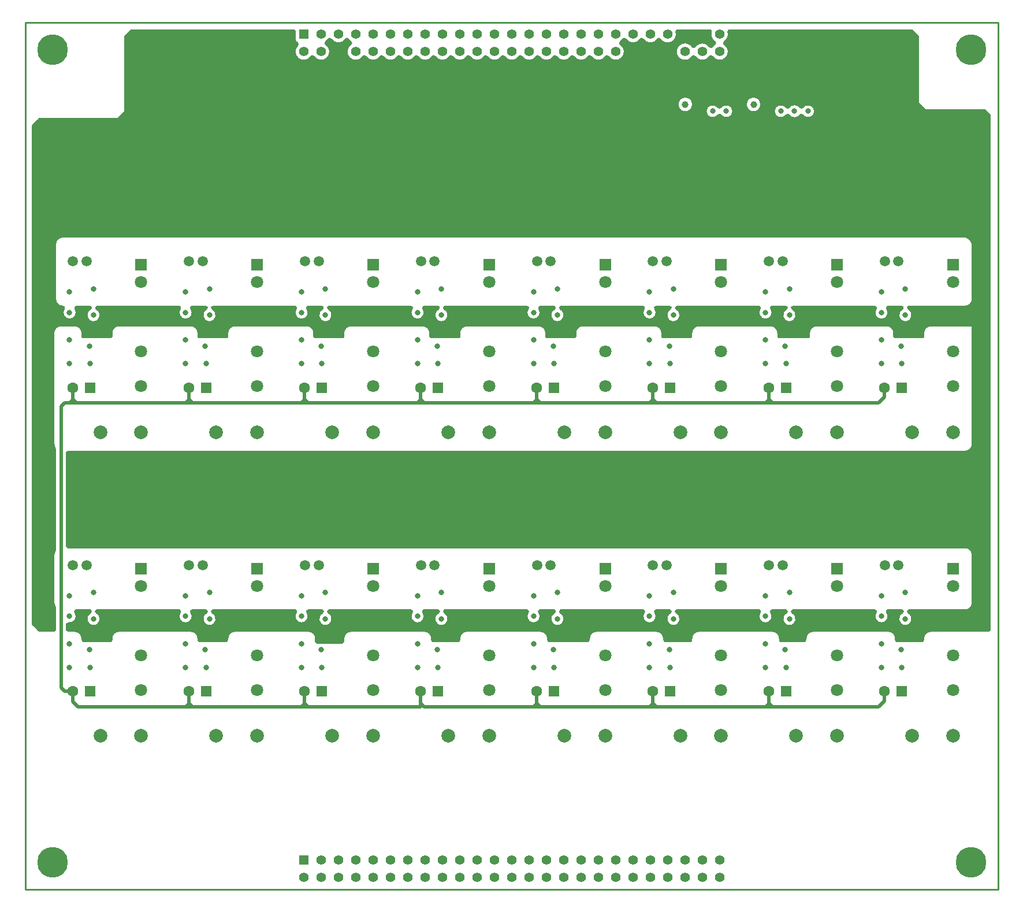
<source format=gbr>
*
*
G04 PADS Layout (Build Number 2005.266.2) generated Gerber (RS-274-X) file*
G04 PC Version=2.1*
*
%IN "cecs_module_relay_1031."*%
*
%MOMM*%
*
%FSLAX35Y35*%
*
*
*
*
G04 PC Standard Apertures*
*
*
G04 Thermal Relief Aperture macro.*
%AMTER*
1,1,$1,0,0*
1,0,$1-$2,0,0*
21,0,$3,$4,0,0,45*
21,0,$3,$4,0,0,135*
%
*
*
G04 Annular Aperture macro.*
%AMANN*
1,1,$1,0,0*
1,0,$2,0,0*
%
*
*
G04 Odd Aperture macro.*
%AMODD*
1,1,$1,0,0*
1,0,$1-0.005,0,0*
%
*
*
G04 PC Custom Aperture Macros*
*
*
*
*
*
*
G04 PC Aperture Table*
*
%ADD033C,1.5*%
%ADD034R,1.4224X1.4224*%
%ADD035C,1.4224*%
%ADD036C,2*%
%ADD058C,0.254*%
%ADD061C,1*%
%ADD062C,0.8*%
%ADD063C,0.5*%
%ADD098R,1.6X1.6*%
%ADD103C,1.6*%
%ADD104R,1.8X1.8*%
%ADD105C,1.8*%
%ADD106C,4.5*%
%ADD108C,0.3*%
*
*
*
*
G04 PC Custom Flashes*
G04 Layer Name cecs_module_relay_1031. - flashes*
%LPD*%
*
*
G04 PC Circuitry*
G04 Layer Name cecs_module_relay_1031. - circuitry*
%LPD*%
*
G54D33*
G01X26300000Y17450000D03*
X26100000D03*
X33100000Y21900000D03*
X32900000D03*
X34800000Y17450000D03*
X34600000D03*
X34800000Y21900000D03*
X34600000D03*
X36500000Y17450000D03*
X36300000D03*
X36500000Y21900000D03*
X36300000D03*
X38200000Y17450000D03*
X38000000D03*
X38200000Y21900000D03*
X38000000D03*
X26300000D03*
X26100000D03*
X28000000Y17450000D03*
X27800000D03*
X28000000Y21900000D03*
X27800000D03*
X29700000Y17450000D03*
X29500000D03*
X29700000Y21900000D03*
X29500000D03*
X31400000Y17450000D03*
X31200000D03*
X31400000Y21900000D03*
X31200000D03*
X33100000Y17450000D03*
X32900000D03*
G54D34*
X29482000Y13127000D03*
Y25227000D03*
G54D35*
Y12873000D03*
X29736000Y13127000D03*
Y12873000D03*
X29990000Y13127000D03*
Y12873000D03*
X30244000Y13127000D03*
Y12873000D03*
X30498000Y13127000D03*
Y12873000D03*
X30752000Y13127000D03*
Y12873000D03*
X31006000Y13127000D03*
Y12873000D03*
X31260000Y13127000D03*
Y12873000D03*
X31514000Y13127000D03*
Y12873000D03*
X31768000Y13127000D03*
Y12873000D03*
X32022000Y13127000D03*
Y12873000D03*
X32276000Y13127000D03*
Y12873000D03*
X32530000Y13127000D03*
Y12873000D03*
X32784000Y13127000D03*
Y12873000D03*
X33038000Y13127000D03*
Y12873000D03*
X33292000Y13127000D03*
Y12873000D03*
X33546000Y13127000D03*
Y12873000D03*
X33800000Y13127000D03*
Y12873000D03*
X34054000Y13127000D03*
Y12873000D03*
X34308000Y13127000D03*
Y12873000D03*
X34562000Y13127000D03*
Y12873000D03*
X34816000Y13127000D03*
Y12873000D03*
X35070000Y13127000D03*
Y12873000D03*
X35324000Y13127000D03*
Y12873000D03*
X35578000Y13127000D03*
Y12873000D03*
X29482000Y24973000D03*
X29736000Y25227000D03*
Y24973000D03*
X29990000Y25227000D03*
Y24973000D03*
X30244000Y25227000D03*
Y24973000D03*
X30498000Y25227000D03*
Y24973000D03*
X30752000Y25227000D03*
Y24973000D03*
X31006000Y25227000D03*
Y24973000D03*
X31260000Y25227000D03*
Y24973000D03*
X31514000Y25227000D03*
Y24973000D03*
X31768000Y25227000D03*
Y24973000D03*
X32022000Y25227000D03*
Y24973000D03*
X32276000Y25227000D03*
Y24973000D03*
X32530000Y25227000D03*
Y24973000D03*
X32784000Y25227000D03*
Y24973000D03*
X33038000Y25227000D03*
Y24973000D03*
X33292000Y25227000D03*
Y24973000D03*
X33546000Y25227000D03*
Y24973000D03*
X33800000Y25227000D03*
Y24973000D03*
X34054000Y25227000D03*
Y24973000D03*
X34308000Y25227000D03*
Y24973000D03*
X34562000Y25227000D03*
Y24973000D03*
X34816000Y25227000D03*
Y24973000D03*
X35070000Y25227000D03*
Y24973000D03*
X35324000Y25227000D03*
Y24973000D03*
X35578000Y25227000D03*
Y24973000D03*
G54D36*
X27100000Y14950000D03*
X26500000D03*
X33900000Y19400000D03*
X33300000D03*
X35600000Y14950000D03*
X35000000D03*
X35600000Y19400000D03*
X35000000D03*
X37300000Y14950000D03*
X36700000D03*
X37300000Y19400000D03*
X36700000D03*
X39000000Y14950000D03*
X38400000D03*
X39000000Y19400000D03*
X38400000D03*
X27100000D03*
X26500000D03*
X28800000Y14950000D03*
X28200000D03*
X28800000Y19400000D03*
X28200000D03*
X30500000Y14950000D03*
X29900000D03*
X30500000Y19400000D03*
X29900000D03*
X32200000Y14950000D03*
X31600000D03*
X32200000Y19400000D03*
X31600000D03*
X33900000Y14950000D03*
X33300000D03*
G54D58*
X25400000Y12700000D02*
Y25400000D01*
X39660000*
Y12700000*
X25400000*
G54D61*
X36075000Y24200000D03*
Y23700000D03*
X35075000Y24200000D03*
Y23700000D03*
X36075000Y24200000D03*
Y23700000D03*
X35075000Y24200000D03*
Y23700000D03*
G54D62*
X35475000Y24100000D03*
Y23800000D03*
X35675000Y24100000D03*
Y23800000D03*
X36475000Y24100000D03*
Y23800000D03*
X36675000Y24100000D03*
Y23800000D03*
X36875000Y24100000D03*
Y23800000D03*
X26339700Y16211100D03*
Y16388900D03*
X26050000Y16300000D03*
X33139700Y20661100D03*
Y20838900D03*
X32850000Y20750000D03*
X34839700Y16211100D03*
Y16388900D03*
X34550000Y16300000D03*
X34839700Y20661100D03*
Y20838900D03*
X34550000Y20750000D03*
X36539700Y16211100D03*
Y16388900D03*
X36250000Y16300000D03*
X36539700Y20661100D03*
Y20838900D03*
X36250000Y20750000D03*
X38239700Y16211100D03*
Y16388900D03*
X37950000Y16300000D03*
X38239700Y20661100D03*
Y20838900D03*
X37950000Y20750000D03*
X26339700Y20661100D03*
Y20838900D03*
X26050000Y20750000D03*
X28039700Y16211100D03*
Y16388900D03*
X27750000Y16300000D03*
X28039700Y20661100D03*
Y20838900D03*
X27750000Y20750000D03*
X29739700Y16211100D03*
Y16388900D03*
X29450000Y16300000D03*
X29739700Y20661100D03*
Y20838900D03*
X29450000Y20750000D03*
X31439700Y16211100D03*
Y16388900D03*
X31150000Y16300000D03*
X31439700Y20661100D03*
Y20838900D03*
X31150000Y20750000D03*
X33139700Y16211100D03*
Y16388900D03*
X32850000Y16300000D03*
X26400000Y17050000D03*
Y16662500D03*
X27750000Y21450000D03*
Y21150000D03*
X28050000Y15950000D03*
X27750000D03*
X28050000Y20400000D03*
X27750000D03*
X29800000Y17050000D03*
Y16662500D03*
Y21500000D03*
Y21112500D03*
X29450000Y17000000D03*
Y16700000D03*
Y21450000D03*
Y21150000D03*
X29750000Y15950000D03*
X29450000D03*
X29750000Y20400000D03*
X29450000D03*
X31500000Y17050000D03*
Y16662500D03*
X26400000Y21500000D03*
Y21112500D03*
X31500000Y21500000D03*
Y21112500D03*
X31150000Y17000000D03*
Y16700000D03*
Y21450000D03*
Y21150000D03*
X31450000Y15950000D03*
X31150000D03*
X31450000Y20400000D03*
X31150000D03*
X33200000Y17050000D03*
Y16662500D03*
Y21500000D03*
Y21112500D03*
X32850000Y17000000D03*
Y16700000D03*
Y21450000D03*
Y21150000D03*
X33150000Y15950000D03*
X32850000D03*
X26050000Y17000000D03*
Y16700000D03*
X33150000Y20400000D03*
X32850000D03*
X34900000Y17050000D03*
Y16662500D03*
X34550000Y17000000D03*
Y16700000D03*
X34900000Y21500000D03*
Y21112500D03*
X34550000Y21450000D03*
Y21150000D03*
X34850000Y15950000D03*
X34550000D03*
X34850000Y20400000D03*
X34550000D03*
X36600000Y17050000D03*
Y16662500D03*
Y21500000D03*
Y21112500D03*
X36250000Y17000000D03*
Y16700000D03*
X26050000Y21450000D03*
Y21150000D03*
X36250000Y21450000D03*
Y21150000D03*
X36550000Y15950000D03*
X36250000D03*
X36550000Y20400000D03*
X36250000D03*
X38300000Y17050000D03*
Y16662500D03*
X37950000Y17000000D03*
Y16700000D03*
X38300000Y21500000D03*
Y21112500D03*
X37950000Y21450000D03*
Y21150000D03*
X38250000Y15950000D03*
X37950000D03*
X38250000Y20400000D03*
X37950000D03*
X26350000Y15950000D03*
X26050000D03*
X26350000Y20400000D03*
X26050000D03*
X28100000Y17050000D03*
Y16662500D03*
X27750000Y17000000D03*
Y16700000D03*
X28100000Y21500000D03*
Y21112500D03*
X35475000Y24100000D03*
Y23800000D03*
X35675000Y24100000D03*
Y23800000D03*
X36475000Y24100000D03*
Y23800000D03*
X36675000Y24100000D03*
Y23800000D03*
X36875000Y24100000D03*
Y23800000D03*
X26339700Y16211100D03*
Y16388900D03*
X26050000Y16300000D03*
X33139700Y20661100D03*
Y20838900D03*
X32850000Y20750000D03*
X34839700Y16211100D03*
Y16388900D03*
X34550000Y16300000D03*
X34839700Y20661100D03*
Y20838900D03*
X34550000Y20750000D03*
X36539700Y16211100D03*
Y16388900D03*
X36250000Y16300000D03*
X36539700Y20661100D03*
Y20838900D03*
X36250000Y20750000D03*
X38239700Y16211100D03*
Y16388900D03*
X37950000Y16300000D03*
X38239700Y20661100D03*
Y20838900D03*
X37950000Y20750000D03*
X26339700Y20661100D03*
Y20838900D03*
X26050000Y20750000D03*
X28039700Y16211100D03*
Y16388900D03*
X27750000Y16300000D03*
X28039700Y20661100D03*
Y20838900D03*
X27750000Y20750000D03*
X29739700Y16211100D03*
Y16388900D03*
X29450000Y16300000D03*
X29739700Y20661100D03*
Y20838900D03*
X29450000Y20750000D03*
X31439700Y16211100D03*
Y16388900D03*
X31150000Y16300000D03*
X31439700Y20661100D03*
Y20838900D03*
X31150000Y20750000D03*
X33139700Y16211100D03*
Y16388900D03*
X32850000Y16300000D03*
X26400000Y17050000D03*
Y16662500D03*
X27750000Y21450000D03*
Y21150000D03*
X28050000Y15950000D03*
X27750000D03*
X28050000Y20400000D03*
X27750000D03*
X29800000Y17050000D03*
Y16662500D03*
Y21500000D03*
Y21112500D03*
X29450000Y17000000D03*
Y16700000D03*
Y21450000D03*
Y21150000D03*
X29750000Y15950000D03*
X29450000D03*
X29750000Y20400000D03*
X29450000D03*
X31500000Y17050000D03*
Y16662500D03*
X26400000Y21500000D03*
Y21112500D03*
X31500000Y21500000D03*
Y21112500D03*
X31150000Y17000000D03*
Y16700000D03*
Y21450000D03*
Y21150000D03*
X31450000Y15950000D03*
X31150000D03*
X31450000Y20400000D03*
X31150000D03*
X33200000Y17050000D03*
Y16662500D03*
Y21500000D03*
Y21112500D03*
X32850000Y17000000D03*
Y16700000D03*
Y21450000D03*
Y21150000D03*
X33150000Y15950000D03*
X32850000D03*
X26050000Y17000000D03*
Y16700000D03*
X33150000Y20400000D03*
X32850000D03*
X34900000Y17050000D03*
Y16662500D03*
X34550000Y17000000D03*
Y16700000D03*
X34900000Y21500000D03*
Y21112500D03*
X34550000Y21450000D03*
Y21150000D03*
X34850000Y15950000D03*
X34550000D03*
X34850000Y20400000D03*
X34550000D03*
X36600000Y17050000D03*
Y16662500D03*
Y21500000D03*
Y21112500D03*
X36250000Y17000000D03*
Y16700000D03*
X26050000Y21450000D03*
Y21150000D03*
X36250000Y21450000D03*
Y21150000D03*
X36550000Y15950000D03*
X36250000D03*
X36550000Y20400000D03*
X36250000D03*
X38300000Y17050000D03*
Y16662500D03*
X37950000Y17000000D03*
Y16700000D03*
X38300000Y21500000D03*
Y21112500D03*
X37950000Y21450000D03*
Y21150000D03*
X38250000Y15950000D03*
X37950000D03*
X38250000Y20400000D03*
X37950000D03*
X26350000Y15950000D03*
X26050000D03*
X26350000Y20400000D03*
X26050000D03*
X28100000Y17050000D03*
Y16662500D03*
X27750000Y17000000D03*
Y16700000D03*
X28100000Y21500000D03*
Y21112500D03*
G54D63*
X26096000Y15600000D02*
X25975000D01*
X25925000Y15650000*
Y19775000*
X25975000Y19825000*
X26050000*
X27796000Y15421000D02*
Y15425000D01*
Y15600000*
X27846000Y15375000D02*
X27796000D01*
X27846000*
X27796000Y15425000*
Y15375000D02*
Y15421000D01*
X27750000Y15375000D02*
X26175000D01*
X26096000Y15454000*
Y15600000*
X27796000Y15375000D02*
X27750000D01*
X27796000Y15421000*
X29450000Y15375000D02*
X27846000D01*
X29450000*
X29496000Y15421000*
Y15600000*
Y15425000D02*
Y15600000D01*
X29546000Y15375000D02*
X31196000D01*
Y15425000*
X29546000Y15375000D02*
X31196000D01*
Y15600000*
X29496000Y15425000D02*
X29546000Y15375000D01*
X29496000*
Y15425000D02*
Y15375000D01*
X29546000*
X29450000D02*
X29496000D01*
X32850000D02*
X31246000D01*
X31196000Y15425000*
X32850000Y15375000D02*
X32896000Y15421000D01*
Y15600000*
Y15375000D02*
X32850000D01*
X31246000*
X31196000Y15425000*
Y15600000*
X32896000Y15421000D02*
X32850000Y15375000D01*
X32896000*
Y15421000*
Y15600000*
X32946000Y15375000D02*
X34550000D01*
X34596000Y15421000*
Y15600000*
X34550000Y15375000D02*
X32946000D01*
X32896000*
X34596000Y15421000D02*
Y15425000D01*
Y15600000*
X34646000Y15375000D02*
X36250000D01*
X36296000Y15421000*
Y15600000*
X36250000Y15375000D02*
X34646000D01*
X34596000*
X34550000D02*
X34596000D01*
Y15421000*
Y15375000D02*
X34646000D01*
X34596000Y15425000*
Y15375000D02*
X34550000D01*
X34596000Y15421000*
X34550000Y15375000D02*
X32946000D01*
X32896000Y15425000*
Y15600000*
X36296000Y15425000D02*
Y15600000D01*
X36346000Y15375000D02*
X37908500D01*
X37996000Y15462500*
Y15600000*
X36296000Y15425000D02*
X36346000Y15375000D01*
X36296000*
Y15425000D02*
Y15375000D01*
X36346000*
X36250000D02*
X36296000D01*
X26096000Y20050000D02*
Y19871000D01*
X26050000Y19825000*
X26096000*
Y19871000*
X26050000Y19825000D02*
X26096000D01*
X26146000*
X27796000Y19875000D02*
Y20050000D01*
X26146000Y19825000D02*
X27750000D01*
X26146000*
X26096000Y19875000*
Y20050000*
X27750000Y19825000D02*
X27796000Y19871000D01*
Y19875000*
X27750000Y19825000D02*
X27796000D01*
Y19875000*
X27750000Y19825000D02*
X27796000D01*
X27846000*
X29496000Y19871000D02*
Y19875000D01*
Y20050000*
X27846000Y19825000D02*
X29450000D01*
X27846000*
X27796000Y19875000*
Y20050000*
X29496000Y19871000D02*
X29450000Y19825000D01*
X29496000*
Y19871000D02*
Y19825000D01*
X29546000*
X29496000Y19875000D02*
X29546000Y19825000D01*
X31150000*
X31196000Y19871000*
Y20050000*
X29546000Y19825000D02*
X29496000D01*
X31196000Y19875000D02*
Y19871000D01*
X31150000Y19825000*
X29546000*
X29496000Y19875000*
X31150000Y19825000D02*
X31196000D01*
Y19871000*
Y19825000D02*
X31246000D01*
X31196000Y19875000*
Y20050000*
X32850000Y19825000D02*
X31246000D01*
X31196000Y19875000*
Y20050000*
X32896000Y19871000D02*
X32850000Y19825000D01*
X32896000*
X32946000D02*
X34550000D01*
X34596000Y19871000*
Y20050000*
X32946000Y19825000D02*
X34550000D01*
X32896000Y20050000D02*
Y19875000D01*
Y19871000*
Y19825000*
X32946000*
X32896000Y19875000D02*
X32946000Y19825000D01*
X32896000*
X34596000Y20050000D02*
Y19875000D01*
Y19871000*
X34646000Y19825000D02*
X36250000D01*
X36296000Y19871000*
Y20050000*
X36250000Y19825000D02*
X34646000D01*
X34596000*
Y19871000D02*
Y19825000D01*
X34646000*
X34596000Y19875000*
Y19825000D02*
X34550000D01*
X32946000*
X32896000Y19875000*
Y20050000*
X34550000Y19825000D02*
X34596000Y19871000D01*
X36296000Y19875000D02*
Y20050000D01*
X36346000Y19825000D02*
X37908500D01*
X37996000Y19912500*
Y20050000*
X36296000Y19875000D02*
X36346000Y19825000D01*
X36296000*
Y19875000D02*
Y19825000D01*
X36346000*
X36250000D02*
X36296000D01*
G54D98*
X31450000Y20050000D03*
X33150000Y15600000D03*
Y20050000D03*
X34850000Y15600000D03*
Y20050000D03*
X36550000Y15600000D03*
Y20050000D03*
X38250000Y15600000D03*
Y20050000D03*
X26350000Y15600000D03*
Y20050000D03*
X28050000Y15600000D03*
Y20050000D03*
X29750000Y15600000D03*
Y20050000D03*
X31450000Y15600000D03*
G54D103*
X31196000Y20050000D03*
X32896000Y15600000D03*
Y20050000D03*
X34596000Y15600000D03*
Y20050000D03*
X36296000Y15600000D03*
Y20050000D03*
X37996000Y15600000D03*
Y20050000D03*
X26096000Y15600000D03*
Y20050000D03*
X27796000Y15600000D03*
Y20050000D03*
X29496000Y15600000D03*
Y20050000D03*
X31196000Y15600000D03*
G54D104*
X27100000Y17400000D03*
X33900000Y21850000D03*
X35600000Y17400000D03*
Y21850000D03*
X37300000Y17400000D03*
Y21850000D03*
X39000000Y17400000D03*
Y21850000D03*
X27100000D03*
X28800000Y17400000D03*
Y21850000D03*
X30500000Y17400000D03*
Y21850000D03*
X32200000Y17400000D03*
Y21850000D03*
X33900000Y17400000D03*
G54D105*
X27100000Y17146000D03*
Y15622000D03*
Y16130000D03*
X33900000Y21596000D03*
Y20072000D03*
Y20580000D03*
X35600000Y17146000D03*
Y15622000D03*
Y16130000D03*
Y21596000D03*
Y20072000D03*
Y20580000D03*
X37300000Y17146000D03*
Y15622000D03*
Y16130000D03*
Y21596000D03*
Y20072000D03*
Y20580000D03*
X39000000Y17146000D03*
Y15622000D03*
Y16130000D03*
Y21596000D03*
Y20072000D03*
Y20580000D03*
X27100000Y21596000D03*
Y20072000D03*
Y20580000D03*
X28800000Y17146000D03*
Y15622000D03*
Y16130000D03*
Y21596000D03*
Y20072000D03*
Y20580000D03*
X30500000Y17146000D03*
Y15622000D03*
Y16130000D03*
Y21596000D03*
Y20072000D03*
Y20580000D03*
X32200000Y17146000D03*
Y15622000D03*
Y16130000D03*
Y21596000D03*
Y20072000D03*
Y20580000D03*
X33900000Y17146000D03*
Y15622000D03*
Y16130000D03*
G54D106*
X25800000Y25000000D03*
X39260000D03*
Y13100000D03*
X25800000D03*
G54D108*
X39040000Y20965000D02*
X39485000D01*
Y21435000*
X39290000*
Y21350000*
X39175000Y21235000D02*
G75*
G03X39290000Y21350000I0J115000D01*
G01X39175000Y21235000D02*
X39040000D01*
Y20965000*
X39290000Y16935000D02*
Y16900000D01*
X39175000Y16785000D02*
G03X39290000Y16900000I0J115000D01*
G01X39175000Y16785000D02*
X39165000D01*
Y16640000*
X39535000*
Y16935000*
X39290000*
X39090000Y19110000D02*
X39175000D01*
G03X39290000Y19225000I0J115000*
G01Y19310000*
X39535000*
Y17915000*
X39090000*
Y19110000*
X39290000Y17490000D02*
Y17600000D01*
G03X39175000Y17715000I-115000J0*
G01X39090000*
Y17960000*
X39535000*
Y17490000*
X39290000*
Y21423967D02*
X39485000D01*
X39290000Y21396967D02*
X39485000D01*
X39290000Y21369967D02*
X39485000D01*
X39289785Y21342967D02*
X39485000D01*
X39284849Y21315967D02*
X39485000D01*
X39272468Y21288967D02*
X39485000D01*
X39248994Y21261967D02*
X39485000D01*
X39040000Y21234967D02*
X39485000D01*
X39040000Y21207967D02*
X39485000D01*
X39040000Y21180967D02*
X39485000D01*
X39040000Y21153967D02*
X39485000D01*
X39040000Y21126967D02*
X39485000D01*
X39040000Y21099967D02*
X39485000D01*
X39040000Y21072967D02*
X39485000D01*
X39040000Y21045967D02*
X39485000D01*
X39040000Y21018967D02*
X39485000D01*
X39040000Y20991967D02*
X39485000D01*
X39290000Y16909967D02*
X39535000D01*
X39288732Y16882967D02*
X39535000D01*
X39281236Y16855967D02*
X39535000D01*
X39265439Y16828967D02*
X39535000D01*
X39235120Y16801967D02*
X39535000D01*
X39165000Y16774967D02*
X39535000D01*
X39165000Y16747967D02*
X39535000D01*
X39165000Y16720967D02*
X39535000D01*
X39165000Y16693967D02*
X39535000D01*
X39165000Y16666967D02*
X39535000D01*
X39290000Y19291967D02*
X39535000D01*
X39290000Y19264967D02*
X39535000D01*
X39290000Y19237967D02*
X39535000D01*
X39289141Y19210967D02*
X39535000D01*
X39282430Y19183967D02*
X39535000D01*
X39267717Y19156967D02*
X39535000D01*
X39239759Y19129967D02*
X39535000D01*
X39090000Y19102967D02*
X39535000D01*
X39090000Y19075967D02*
X39535000D01*
X39090000Y19048967D02*
X39535000D01*
X39090000Y19021967D02*
X39535000D01*
X39090000Y18994967D02*
X39535000D01*
X39090000Y18967967D02*
X39535000D01*
X39090000Y18940967D02*
X39535000D01*
X39090000Y18913967D02*
X39535000D01*
X39090000Y18886967D02*
X39535000D01*
X39090000Y18859967D02*
X39535000D01*
X39090000Y18832967D02*
X39535000D01*
X39090000Y18805967D02*
X39535000D01*
X39090000Y18778967D02*
X39535000D01*
X39090000Y18751967D02*
X39535000D01*
X39090000Y18724967D02*
X39535000D01*
X39090000Y18697967D02*
X39535000D01*
X39090000Y18670967D02*
X39535000D01*
X39090000Y18643967D02*
X39535000D01*
X39090000Y18616967D02*
X39535000D01*
X39090000Y18589967D02*
X39535000D01*
X39090000Y18562967D02*
X39535000D01*
X39090000Y18535967D02*
X39535000D01*
X39090000Y18508967D02*
X39535000D01*
X39090000Y18481967D02*
X39535000D01*
X39090000Y18454967D02*
X39535000D01*
X39090000Y18427967D02*
X39535000D01*
X39090000Y18400967D02*
X39535000D01*
X39090000Y18373967D02*
X39535000D01*
X39090000Y18346967D02*
X39535000D01*
X39090000Y18319967D02*
X39535000D01*
X39090000Y18292967D02*
X39535000D01*
X39090000Y18265967D02*
X39535000D01*
X39090000Y18238967D02*
X39535000D01*
X39090000Y18211967D02*
X39535000D01*
X39090000Y18184967D02*
X39535000D01*
X39090000Y18157967D02*
X39535000D01*
X39090000Y18130967D02*
X39535000D01*
X39090000Y18103967D02*
X39535000D01*
X39090000Y18076967D02*
X39535000D01*
X39090000Y18049967D02*
X39535000D01*
X39090000Y18022967D02*
X39535000D01*
X39090000Y17995967D02*
X39535000D01*
X39090000Y17968967D02*
X39535000D01*
X39090000Y17941967D02*
X39535000D01*
X39090000Y17948967D02*
X39535000D01*
X39090000Y17921967D02*
X39535000D01*
X39090000Y17894967D02*
X39535000D01*
X39090000Y17867967D02*
X39535000D01*
X39090000Y17840967D02*
X39535000D01*
X39090000Y17813967D02*
X39535000D01*
X39090000Y17786967D02*
X39535000D01*
X39090000Y17759967D02*
X39535000D01*
X39090000Y17732967D02*
X39535000D01*
X39219677Y17705967D02*
X39535000D01*
X39258602Y17678967D02*
X39535000D01*
X39277589Y17651967D02*
X39535000D01*
X39287257Y17624967D02*
X39535000D01*
X39290000Y17597967D02*
X39535000D01*
X39290000Y17570967D02*
X39535000D01*
X39290000Y17543967D02*
X39535000D01*
X39290000Y17516967D02*
X39535000D01*
X36190001Y24200000D02*
G03X36190001I-115001J0D01*
G01X35190001D02*
G03X35190001I-115001J0D01*
G01X39535000Y16505000D02*
Y16770000D01*
G03X39520000Y16785000I-15000J0*
G01X38353328*
G03X38346662Y16756563I0J-15000*
G01X38253338Y16756562D02*
G03X38346662I46662J-94062D01*
G01X38253338Y16756563D02*
G03X38246672Y16785000I-6666J13437D01*
G01X38047469*
G03X38035285Y16761250I-0J-15000*
G01X37864715D02*
G03X38035285I85285J-61250D01*
G01X37864715D02*
G03X37852531Y16785000I-12184J8750D01*
G01X36653328*
G03X36646662Y16756563I0J-15000*
G01X36553338Y16756562D02*
G03X36646662I46662J-94062D01*
G01X36553338Y16756563D02*
G03X36546672Y16785000I-6666J13437D01*
G01X36347469*
G03X36335285Y16761250I-0J-15000*
G01X36164715D02*
G03X36335285I85285J-61250D01*
G01X36164715D02*
G03X36152531Y16785000I-12184J8750D01*
G01X34953328*
G03X34946662Y16756563I0J-15000*
G01X34853338Y16756562D02*
G03X34946662I46662J-94062D01*
G01X34853338Y16756563D02*
G03X34846672Y16785000I-6666J13437D01*
G01X34647469*
G03X34635285Y16761250I-0J-15000*
G01X34464715D02*
G03X34635285I85285J-61250D01*
G01X34464715D02*
G03X34452531Y16785000I-12184J8750D01*
G01X33253328*
G03X33246662Y16756563I0J-15000*
G01X33153338Y16756562D02*
G03X33246662I46662J-94062D01*
G01X33153338Y16756563D02*
G03X33146672Y16785000I-6666J13437D01*
G01X32947469*
G03X32935285Y16761250I-0J-15000*
G01X32764715D02*
G03X32935285I85285J-61250D01*
G01X32764715D02*
G03X32752531Y16785000I-12184J8750D01*
G01X31553328*
G03X31546662Y16756563I0J-15000*
G01X31453338Y16756562D02*
G03X31546662I46662J-94062D01*
G01X31453338Y16756563D02*
G03X31446672Y16785000I-6666J13437D01*
G01X31247469*
G03X31235285Y16761250I-0J-15000*
G01X31064715D02*
G03X31235285I85285J-61250D01*
G01X31064715D02*
G03X31052531Y16785000I-12184J8750D01*
G01X29853328*
G03X29846662Y16756563I0J-15000*
G01X29753338Y16756562D02*
G03X29846662I46662J-94062D01*
G01X29753338Y16756563D02*
G03X29746672Y16785000I-6666J13437D01*
G01X29547469*
G03X29535285Y16761250I-0J-15000*
G01X29364715D02*
G03X29535285I85285J-61250D01*
G01X29364715D02*
G03X29352531Y16785000I-12184J8750D01*
G01X28153328*
G03X28146662Y16756563I0J-15000*
G01X28053338Y16756562D02*
G03X28146662I46662J-94062D01*
G01X28053338Y16756563D02*
G03X28046672Y16785000I-6666J13437D01*
G01X27847469*
G03X27835285Y16761250I-0J-15000*
G01X27664715D02*
G03X27835285I85285J-61250D01*
G01X27664715D02*
G03X27652531Y16785000I-12184J8750D01*
G01X26453328*
G03X26446662Y16756563I0J-15000*
G01X26353338Y16756562D02*
G03X26446662I46662J-94062D01*
G01X26353338Y16756563D02*
G03X26346672Y16785000I-6666J13437D01*
G01X26147469*
G03X26135285Y16761250I-0J-15000*
G01X26032500Y16596468D02*
G03X26135285Y16761250I17500J103532D01*
G01X26032500Y16596468D02*
G03X26015001Y16581678I-2499J-14790D01*
G01X26015001D02*
Y16505000D01*
X26015001D02*
G03X26030001Y16490000I15000J0D01*
G01X26030001D02*
X26125000D01*
X26240000Y16375000D02*
G03X26125000Y16490000I-115000J0D01*
G01X26240000Y16375000D02*
Y16355000D01*
G03X26255000Y16340000I15000J0*
G01X26645000*
G03X26660000Y16355000I0J15000*
G01Y16375000*
X26775000Y16490000D02*
G03X26660000Y16375000I0J-115000D01*
G01X26775000Y16490000D02*
X27825000D01*
X27940000Y16375000D02*
G03X27825000Y16490000I-115000J0D01*
G01X27940000Y16375000D02*
Y16355000D01*
G03X27955000Y16340000I15000J0*
G01X28345000*
G03X28360000Y16355000I0J15000*
G01Y16375000*
X28475000Y16490000D02*
G03X28360000Y16375000I0J-115000D01*
G01X28475000Y16490000D02*
X29550000D01*
X29665000Y16375000D02*
G03X29550000Y16490000I-115000J0D01*
G01X29665000Y16375000D02*
Y16330000D01*
G03X29680000Y16315000I15000J0*
G01X29723485*
G03X29725512Y16315138I0J15000*
G01X29753888Y16315137D02*
G03X29725512I-14188J-104037D01*
G01X29753888Y16315138D02*
G03X29755915Y16315000I2027J14862D01*
G01X30045000*
G03X30060000Y16330000I0J15000*
G01Y16375000*
X30175000Y16490000D02*
G03X30060000Y16375000I0J-115000D01*
G01X30175000Y16490000D02*
X31250000D01*
X31365000Y16375000D02*
G03X31250000Y16490000I-115000J0D01*
G01X31365000Y16375000D02*
Y16355000D01*
G03X31380000Y16340000I15000J0*
G01X31745000*
G03X31760000Y16355000I0J15000*
G01Y16375000*
X31875000Y16490000D02*
G03X31760000Y16375000I0J-115000D01*
G01X31875000Y16490000D02*
X32950000D01*
X33065000Y16375000D02*
G03X32950000Y16490000I-115000J0D01*
G01X33065000Y16375000D02*
Y16355000D01*
G03X33080000Y16340000I15000J0*
G01X33645000*
G03X33660000Y16355000I0J15000*
G01Y16375000*
X33775000Y16490000D02*
G03X33660000Y16375000I0J-115000D01*
G01X33775000Y16490000D02*
X34650000D01*
X34765000Y16375000D02*
G03X34650000Y16490000I-115000J0D01*
G01X34765000Y16375000D02*
Y16355000D01*
G03X34780000Y16340000I15000J0*
G01X35145000*
G03X35160000Y16355000I0J15000*
G01Y16375000*
X35275000Y16490000D02*
G03X35160000Y16375000I0J-115000D01*
G01X35275000Y16490000D02*
X36350000D01*
X36465000Y16375000D02*
G03X36350000Y16490000I-115000J0D01*
G01X36465000Y16375000D02*
Y16355000D01*
G03X36480000Y16340000I15000J0*
G01X36820000*
G03X36835000Y16355000I0J15000*
G01Y16375000*
X36950000Y16490000D02*
G03X36835000Y16375000I0J-115000D01*
G01X36950000Y16490000D02*
X38050000D01*
X38165000Y16375000D02*
G03X38050000Y16490000I-115000J0D01*
G01X38165000Y16375000D02*
Y16355000D01*
G03X38180000Y16340000I15000J0*
G01X38545000*
G03X38560000Y16355000I0J15000*
G01Y16375000*
X38675000Y16490000D02*
G03X38560000Y16375000I0J-115000D01*
G01X38675000Y16490000D02*
X39520000D01*
G03X39535000Y16505000I0J15000*
G01Y16830000D02*
Y24037574D01*
G03X39530607Y24048180I-15000J-0*
G01X39473180Y24105607*
X39473180D02*
G03X39462574Y24110000I-10606J-10607D01*
G01X38593787*
X38485000Y24218787*
Y25187574*
G03X38480607Y25198180I-15000J-0*
G01X38398180Y25280607*
X38398180D02*
G03X38387574Y25285000I-10606J-10607D01*
G01X35722874*
G03X35708494Y25265732I-0J-15000*
G01X35651775Y25112606D02*
G03X35708494Y25265732I-73775J114394D01*
G01X35651775Y25112606D02*
G03Y25087394I8130J-12606D01*
G01X35463606Y24899225D02*
G03X35651775Y25087394I114394J73775D01*
G01X35463606Y24899225D02*
G03X35438394I-12606J-8130D01*
G01X35209606D02*
G03X35438394I114394J73775D01*
G01X35209606D02*
G03X35184394I-12606J-8130D01*
G01Y25046775D02*
G03Y24899225I-114394J-73775D01*
G01Y25046775D02*
G03X35209606I12606J8130D01*
G01X35438394D02*
G03X35209606I-114394J-73775D01*
G01X35438394D02*
G03X35463606I12606J8130D01*
G01X35504225Y25087394D02*
G03X35463606Y25046775I73775J-114394D01*
G01X35504225Y25087394D02*
G03Y25112606I-8130J12606D01*
G01X35447506Y25265732D02*
G03X35504225Y25112606I130494J-38732D01*
G01X35447506Y25265732D02*
G03X35433126Y25285000I-14380J4268D01*
G01X34960874*
G03X34946494Y25265732I-0J-15000*
G01X34701606Y25153225D02*
G03X34946494Y25265732I114394J73775D01*
G01X34701606Y25153225D02*
G03X34676394I-12606J-8130D01*
G01X34447606D02*
G03X34676394I114394J73775D01*
G01X34447606D02*
G03X34422394I-12606J-8130D01*
G01X34193606D02*
G03X34422394I114394J73775D01*
G01X34193606D02*
G03X34168394I-12606J-8130D01*
G01X34127775Y25112606D02*
G03X34168394Y25153225I-73775J114394D01*
G01X34127775Y25112606D02*
G03Y25087394I8130J-12606D01*
G01X33939606Y24899225D02*
G03X34127775Y25087394I114394J73775D01*
G01X33939606Y24899225D02*
G03X33914394I-12606J-8130D01*
G01X33685606D02*
G03X33914394I114394J73775D01*
G01X33685606D02*
G03X33660394I-12606J-8130D01*
G01X33431606D02*
G03X33660394I114394J73775D01*
G01X33431606D02*
G03X33406394I-12606J-8130D01*
G01X33177606D02*
G03X33406394I114394J73775D01*
G01X33177606D02*
G03X33152394I-12606J-8130D01*
G01X32923606D02*
G03X33152394I114394J73775D01*
G01X32923606D02*
G03X32898394I-12606J-8130D01*
G01X32669606D02*
G03X32898394I114394J73775D01*
G01X32669606D02*
G03X32644394I-12606J-8130D01*
G01X32415606D02*
G03X32644394I114394J73775D01*
G01X32415606D02*
G03X32390394I-12606J-8130D01*
G01X32161606D02*
G03X32390394I114394J73775D01*
G01X32161606D02*
G03X32136394I-12606J-8130D01*
G01X31907606D02*
G03X32136394I114394J73775D01*
G01X31907606D02*
G03X31882394I-12606J-8130D01*
G01X31653606D02*
G03X31882394I114394J73775D01*
G01X31653606D02*
G03X31628394I-12606J-8130D01*
G01X31399606D02*
G03X31628394I114394J73775D01*
G01X31399606D02*
G03X31374394I-12606J-8130D01*
G01X31145606D02*
G03X31374394I114394J73775D01*
G01X31145606D02*
G03X31120394I-12606J-8130D01*
G01X30891606D02*
G03X31120394I114394J73775D01*
G01X30891606D02*
G03X30866394I-12606J-8130D01*
G01X30637606D02*
G03X30866394I114394J73775D01*
G01X30637606D02*
G03X30612394I-12606J-8130D01*
G01X30383606D02*
G03X30612394I114394J73775D01*
G01X30383606D02*
G03X30358394I-12606J-8130D01*
G01X30170225Y25087394D02*
G03X30358394Y24899225I73775J-114394D01*
G01X30170225Y25087394D02*
G03Y25112606I-8130J12606D01*
G01X30129606Y25153225D02*
G03X30170225Y25112606I114394J73775D01*
G01X30129606Y25153225D02*
G03X30104394I-12606J-8130D01*
G01X29875606D02*
G03X30104394I114394J73775D01*
G01X29875606D02*
G03X29850394I-12606J-8130D01*
G01X29809775Y25112606D02*
G03X29850394Y25153225I-73775J114394D01*
G01X29809775Y25112606D02*
G03Y25087394I8130J-12606D01*
G01X29621606Y24899225D02*
G03X29809775Y25087394I114394J73775D01*
G01X29621606Y24899225D02*
G03X29596394I-12606J-8130D01*
G01X29388521Y25071946D02*
G03X29596394Y24899225I93479J-98946D01*
G01X29388521Y25071947D02*
G03X29384343Y25096543I-10301J10903D01*
G01X29345879Y25155880D02*
G03X29384343Y25096543I65001J0D01*
G01X29345879Y25155880D02*
Y25270000D01*
X29345879D02*
G03X29330879Y25285000I-15000J0D01*
G01X29330879D02*
X26962426D01*
G03X26951820Y25280607I0J-15000*
G01X26869393Y25198180*
X26869393D02*
G03X26865000Y25187574I10607J-10606D01*
G01Y24093787*
X26756213Y23985000*
X25612426*
G03X25601820Y23980607I0J-15000*
G01X25519393Y23898180*
X25519393D02*
G03X25515000Y23887574I10607J-10606D01*
G01Y16587426*
G03X25519393Y16576820I15000J0*
G01X25601820Y16494393*
X25601820D02*
G03X25612426Y16490000I10606J10607D01*
G01X25819999*
X25819999D02*
G03X25834999Y16505000I0J15000D01*
G01X25834999D02*
Y16823352D01*
X25834999D02*
G03X25832115Y16832196I-15000J0D01*
G01X25810000Y16900000D02*
G03X25832115Y16832196I115000J0D01*
G01X25810000Y16900000D02*
Y17600000D01*
X25832115Y17667804D02*
G03X25810000Y17600000I92885J-67804D01*
G01X25832115Y17667804D02*
G03X25834999Y17676648I-12116J8844D01*
G01X25834999D02*
Y19148352D01*
X25834999D02*
G03X25832115Y19157196I-15000J0D01*
G01X25810000Y19225000D02*
G03X25832115Y19157196I115000J0D01*
G01X25810000Y19225000D02*
Y20850000D01*
X25925000Y20965000D02*
G03X25810000Y20850000I0J-115000D01*
G01X25925000Y20965000D02*
X26125000D01*
X26240000Y20850000D02*
G03X26125000Y20965000I-115000J0D01*
G01X26240000Y20850000D02*
Y20805000D01*
G03X26255000Y20790000I15000J0*
G01X26645000*
G03X26660000Y20805000I0J15000*
G01Y20850000*
X26775000Y20965000D02*
G03X26660000Y20850000I0J-115000D01*
G01X26775000Y20965000D02*
X27825000D01*
X27940000Y20850000D02*
G03X27825000Y20965000I-115000J0D01*
G01X27940000Y20850000D02*
Y20805000D01*
G03X27955000Y20790000I15000J0*
G01X28345000*
G03X28360000Y20805000I0J15000*
G01Y20850000*
X28475000Y20965000D02*
G03X28360000Y20850000I0J-115000D01*
G01X28475000Y20965000D02*
X29525000D01*
X29640000Y20850000D02*
G03X29525000Y20965000I-115000J0D01*
G01X29640000Y20850000D02*
Y20805000D01*
G03X29655000Y20790000I15000J0*
G01X30045000*
G03X30060000Y20805000I0J15000*
G01Y20850000*
X30175000Y20965000D02*
G03X30060000Y20850000I0J-115000D01*
G01X30175000Y20965000D02*
X31225000D01*
X31340000Y20850000D02*
G03X31225000Y20965000I-115000J0D01*
G01X31340000Y20850000D02*
Y20805000D01*
G03X31355000Y20790000I15000J0*
G01X31745000*
G03X31760000Y20805000I0J15000*
G01Y20850000*
X31875000Y20965000D02*
G03X31760000Y20850000I0J-115000D01*
G01X31875000Y20965000D02*
X32925000D01*
X33040000Y20850000D02*
G03X32925000Y20965000I-115000J0D01*
G01X33040000Y20850000D02*
Y20805000D01*
G03X33055000Y20790000I15000J0*
G01X33445000*
G03X33460000Y20805000I0J15000*
G01Y20850000*
X33575000Y20965000D02*
G03X33460000Y20850000I0J-115000D01*
G01X33575000Y20965000D02*
X34625000D01*
X34740000Y20850000D02*
G03X34625000Y20965000I-115000J0D01*
G01X34740000Y20850000D02*
Y20805000D01*
G03X34755000Y20790000I15000J0*
G01X35145000*
G03X35160000Y20805000I0J15000*
G01Y20850000*
X35275000Y20965000D02*
G03X35160000Y20850000I0J-115000D01*
G01X35275000Y20965000D02*
X36325000D01*
X36440000Y20850000D02*
G03X36325000Y20965000I-115000J0D01*
G01X36440000Y20850000D02*
Y20805000D01*
G03X36455000Y20790000I15000J0*
G01X36870000*
G03X36885000Y20805000I0J15000*
G01Y20850000*
X37000000Y20965000D02*
G03X36885000Y20850000I0J-115000D01*
G01X37000000Y20965000D02*
X38025000D01*
X38140000Y20850000D02*
G03X38025000Y20965000I-115000J0D01*
G01X38140000Y20850000D02*
Y20805000D01*
G03X38155000Y20790000I15000J0*
G01X38545000*
G03X38560000Y20805000I0J15000*
G01Y20850000*
X38675000Y20965000D02*
G03X38560000Y20850000I0J-115000D01*
G01X38675000Y20965000D02*
X39195000D01*
G03X39210000Y20980000I0J15000*
G01Y21220000*
G03X39195000Y21235000I-15000J0*
G01X38353328*
G03X38346662Y21206563I0J-15000*
G01X38253338Y21206562D02*
G03X38346662I46662J-94062D01*
G01X38253338Y21206563D02*
G03X38246672Y21235000I-6666J13437D01*
G01X38047469*
G03X38035285Y21211250I-0J-15000*
G01X37864715D02*
G03X38035285I85285J-61250D01*
G01X37864715D02*
G03X37852531Y21235000I-12184J8750D01*
G01X36653328*
G03X36646662Y21206563I0J-15000*
G01X36553338Y21206562D02*
G03X36646662I46662J-94062D01*
G01X36553338Y21206563D02*
G03X36546672Y21235000I-6666J13437D01*
G01X36347469*
G03X36335285Y21211250I-0J-15000*
G01X36164715D02*
G03X36335285I85285J-61250D01*
G01X36164715D02*
G03X36152531Y21235000I-12184J8750D01*
G01X34953328*
G03X34946662Y21206563I0J-15000*
G01X34853338Y21206562D02*
G03X34946662I46662J-94062D01*
G01X34853338Y21206563D02*
G03X34846672Y21235000I-6666J13437D01*
G01X34647469*
G03X34635285Y21211250I-0J-15000*
G01X34464715D02*
G03X34635285I85285J-61250D01*
G01X34464715D02*
G03X34452531Y21235000I-12184J8750D01*
G01X33253328*
G03X33246662Y21206563I0J-15000*
G01X33153338Y21206562D02*
G03X33246662I46662J-94062D01*
G01X33153338Y21206563D02*
G03X33146672Y21235000I-6666J13437D01*
G01X32947469*
G03X32935285Y21211250I-0J-15000*
G01X32764715D02*
G03X32935285I85285J-61250D01*
G01X32764715D02*
G03X32752531Y21235000I-12184J8750D01*
G01X31553328*
G03X31546662Y21206563I0J-15000*
G01X31453338Y21206562D02*
G03X31546662I46662J-94062D01*
G01X31453338Y21206563D02*
G03X31446672Y21235000I-6666J13437D01*
G01X31247469*
G03X31235285Y21211250I-0J-15000*
G01X31064715D02*
G03X31235285I85285J-61250D01*
G01X31064715D02*
G03X31052531Y21235000I-12184J8750D01*
G01X29853328*
G03X29846662Y21206563I0J-15000*
G01X29753338Y21206562D02*
G03X29846662I46662J-94062D01*
G01X29753338Y21206563D02*
G03X29746672Y21235000I-6666J13437D01*
G01X29547469*
G03X29535285Y21211250I-0J-15000*
G01X29364715D02*
G03X29535285I85285J-61250D01*
G01X29364715D02*
G03X29352531Y21235000I-12184J8750D01*
G01X28153328*
G03X28146662Y21206563I0J-15000*
G01X28053338Y21206562D02*
G03X28146662I46662J-94062D01*
G01X28053338Y21206563D02*
G03X28046672Y21235000I-6666J13437D01*
G01X27847469*
G03X27835285Y21211250I-0J-15000*
G01X27664715D02*
G03X27835285I85285J-61250D01*
G01X27664715D02*
G03X27652531Y21235000I-12184J8750D01*
G01X26453328*
G03X26446662Y21206563I0J-15000*
G01X26353338Y21206562D02*
G03X26446662I46662J-94062D01*
G01X26353338Y21206563D02*
G03X26346672Y21235000I-6666J13437D01*
G01X26147469*
G03X26135285Y21211250I-0J-15000*
G01X25964715D02*
G03X26135285I85285J-61250D01*
G01X25964715D02*
G03X25952531Y21235000I-12184J8750D01*
G01X25950000*
X25835000Y21350000D02*
G03X25950000Y21235000I115000J0D01*
G01X25835000Y21350000D02*
Y22150000D01*
X25950000Y22265000D02*
G03X25835000Y22150000I0J-115000D01*
G01X25950000Y22265000D02*
X39122188D01*
G03X39124837Y22265236I-0J15000*
G01X39290000Y22151443D02*
G03X39124837Y22265236I-140000J-26443D01*
G01X39290000Y22151443D02*
Y16830000D01*
G03X39305000Y16815000I15000J0*
G01X39520000*
G03X39535000Y16830000I0J15000*
G01X39260000Y17730000D02*
Y19095000D01*
G03X39245000Y19110000I-15000J0*
G01X26030001*
X26030001D02*
G03X26015001Y19095000I-0J-15000D01*
G01X26015001D02*
Y17730000D01*
X26015001D02*
G03X26030001Y17715000I15000J0D01*
G01X26030001D02*
X39245000D01*
G03X39260000Y17730000I0J15000*
G01X36787500Y24041958D02*
G03Y24158042I87500J58042D01*
G01Y24041958D02*
G03X36762500I-12500J-8291D01*
G01X36587500D02*
G03X36762500I87500J58042D01*
G01X36587500D02*
G03X36562500I-12500J-8291D01*
G01Y24158042D02*
G03Y24041958I-87500J-58042D01*
G01Y24158042D02*
G03X36587500I12500J8291D01*
G01X36762500D02*
G03X36587500I-87500J-58042D01*
G01X36762500D02*
G03X36787500I12500J8291D01*
G01X36190001Y24200000D02*
G03X36190001I-115001J0D01*
G01X35587500Y24041958D02*
G03Y24158042I87500J58042D01*
G01Y24041958D02*
G03X35562500I-12500J-8291D01*
G01Y24158042D02*
G03Y24041958I-87500J-58042D01*
G01Y24158042D02*
G03X35587500I12500J8291D01*
G01X35190001Y24200000D02*
G03X35190001I-115001J0D01*
G01X26015001Y19068967D02*
X39260000D01*
X26015001Y19041967D02*
X39260000D01*
X26015001Y19014967D02*
X39260000D01*
X26015001Y18987967D02*
X39260000D01*
X26015001Y18960967D02*
X39260000D01*
X26015001Y18933967D02*
X39260000D01*
X26015001Y18906967D02*
X39260000D01*
X26015001Y18879967D02*
X39260000D01*
X26015001Y18852967D02*
X39260000D01*
X26015001Y18825967D02*
X39260000D01*
X26015001Y18798967D02*
X39260000D01*
X26015001Y18771967D02*
X39260000D01*
X26015001Y18744967D02*
X39260000D01*
X26015001Y18717967D02*
X39260000D01*
X26015001Y18690967D02*
X39260000D01*
X26015001Y18663967D02*
X39260000D01*
X26015001Y18636967D02*
X39260000D01*
X26015001Y18609967D02*
X39260000D01*
X26015001Y18582967D02*
X39260000D01*
X26015001Y18555967D02*
X39260000D01*
X26015001Y18528967D02*
X39260000D01*
X26015001Y18501967D02*
X39260000D01*
X26015001Y18474967D02*
X39260000D01*
X26015001Y18447967D02*
X39260000D01*
X26015001Y18420967D02*
X39260000D01*
X26015001Y18393967D02*
X39260000D01*
X26015001Y18366967D02*
X39260000D01*
X26015001Y18339967D02*
X39260000D01*
X26015001Y18312967D02*
X39260000D01*
X26015001Y18285967D02*
X39260000D01*
X26015001Y18258967D02*
X39260000D01*
X26015001Y18231967D02*
X39260000D01*
X26015001Y18204967D02*
X39260000D01*
X26015001Y18177967D02*
X39260000D01*
X26015001Y18150967D02*
X39260000D01*
X26015001Y18123967D02*
X39260000D01*
X26015001Y18096967D02*
X39260000D01*
X26015001Y18069967D02*
X39260000D01*
X26015001Y18042967D02*
X39260000D01*
X26015001Y18015967D02*
X39260000D01*
X26015001Y17988967D02*
X39260000D01*
X26015001Y17961967D02*
X39260000D01*
X26015001Y17934967D02*
X39260000D01*
X26015001Y17907967D02*
X39260000D01*
X26015001Y17880967D02*
X39260000D01*
X26015001Y17853967D02*
X39260000D01*
X26015001Y17826967D02*
X39260000D01*
X26015001Y17799967D02*
X39260000D01*
X26015001Y17772967D02*
X39260000D01*
X26015001Y17745967D02*
X39260000D01*
X26015032Y19095967D02*
X39259969D01*
X26019839Y17718967D02*
X39255162D01*
X36958976Y24036967D02*
X39535000D01*
X36929029Y24009967D02*
X39535000D01*
X25604885Y23982967D02*
X39535000D01*
X25577180Y23955967D02*
X39535000D01*
X25550180Y23928967D02*
X39535000D01*
X25523180Y23901967D02*
X39535000D01*
X25515000Y23874967D02*
X39535000D01*
X25515000Y23847967D02*
X39535000D01*
X25515000Y23820967D02*
X39535000D01*
X25515000Y23793967D02*
X39535000D01*
X25515000Y23766967D02*
X39535000D01*
X25515000Y23739967D02*
X39535000D01*
X25515000Y23712967D02*
X39535000D01*
X25515000Y23685967D02*
X39535000D01*
X25515000Y23658967D02*
X39535000D01*
X25515000Y23631967D02*
X39535000D01*
X25515000Y23604967D02*
X39535000D01*
X25515000Y23577967D02*
X39535000D01*
X25515000Y23550967D02*
X39535000D01*
X25515000Y23523967D02*
X39535000D01*
X25515000Y23496967D02*
X39535000D01*
X25515000Y23469967D02*
X39535000D01*
X25515000Y23442967D02*
X39535000D01*
X25515000Y23415967D02*
X39535000D01*
X25515000Y23388967D02*
X39535000D01*
X25515000Y23361967D02*
X39535000D01*
X25515000Y23334967D02*
X39535000D01*
X25515000Y23307967D02*
X39535000D01*
X25515000Y23280967D02*
X39535000D01*
X25515000Y23253967D02*
X39535000D01*
X25515000Y23226967D02*
X39535000D01*
X25515000Y23199967D02*
X39535000D01*
X25515000Y23172967D02*
X39535000D01*
X25515000Y23145967D02*
X39535000D01*
X25515000Y23118967D02*
X39535000D01*
X25515000Y23091967D02*
X39535000D01*
X25515000Y23064967D02*
X39535000D01*
X25515000Y23037967D02*
X39535000D01*
X25515000Y23010967D02*
X39535000D01*
X25515000Y22983967D02*
X39535000D01*
X25515000Y22956967D02*
X39535000D01*
X25515000Y22929967D02*
X39535000D01*
X25515000Y22902967D02*
X39535000D01*
X25515000Y22875967D02*
X39535000D01*
X25515000Y22848967D02*
X39535000D01*
X25515000Y22821967D02*
X39535000D01*
X25515000Y22794967D02*
X39535000D01*
X25515000Y22767967D02*
X39535000D01*
X25515000Y22740967D02*
X39535000D01*
X25515000Y22713967D02*
X39535000D01*
X25515000Y22686967D02*
X39535000D01*
X25515000Y22659967D02*
X39535000D01*
X25515000Y22632967D02*
X39535000D01*
X25515000Y22605967D02*
X39535000D01*
X25515000Y22578967D02*
X39535000D01*
X25515000Y22551967D02*
X39535000D01*
X25515000Y22524967D02*
X39535000D01*
X25515000Y22497967D02*
X39535000D01*
X25515000Y22470967D02*
X39535000D01*
X25515000Y22443967D02*
X39535000D01*
X25515000Y22416967D02*
X39535000D01*
X25515000Y22389967D02*
X39535000D01*
X25515000Y22362967D02*
X39535000D01*
X25515000Y22335967D02*
X39535000D01*
X25515000Y22308967D02*
X39535000D01*
X25515000Y22281967D02*
X39535000D01*
X39208377Y22254967D02*
X39535000D01*
X39248474Y22227967D02*
X39535000D01*
X39270533Y22200967D02*
X39535000D01*
X39283797Y22173967D02*
X39535000D01*
X39290000Y22146967D02*
X39535000D01*
X39290000Y22119967D02*
X39535000D01*
X39290000Y22092967D02*
X39535000D01*
X39290000Y22065967D02*
X39535000D01*
X39290000Y22038967D02*
X39535000D01*
X39290000Y22011967D02*
X39535000D01*
X39290000Y21984967D02*
X39535000D01*
X39290000Y21957967D02*
X39535000D01*
X39290000Y21930967D02*
X39535000D01*
X39290000Y21903967D02*
X39535000D01*
X39290000Y21876967D02*
X39535000D01*
X39290000Y21849967D02*
X39535000D01*
X39290000Y21822967D02*
X39535000D01*
X39290000Y21795967D02*
X39535000D01*
X39290000Y21768967D02*
X39535000D01*
X39290000Y21741967D02*
X39535000D01*
X39290000Y21714967D02*
X39535000D01*
X39290000Y21687967D02*
X39535000D01*
X39290000Y21660967D02*
X39535000D01*
X39290000Y21633967D02*
X39535000D01*
X39290000Y21606967D02*
X39535000D01*
X39290000Y21579967D02*
X39535000D01*
X39290000Y21552967D02*
X39535000D01*
X39290000Y21525967D02*
X39535000D01*
X39290000Y21498967D02*
X39535000D01*
X39290000Y21471967D02*
X39535000D01*
X39290000Y21444967D02*
X39535000D01*
X39290000Y21417967D02*
X39535000D01*
X39290000Y21390967D02*
X39535000D01*
X39290000Y21363967D02*
X39535000D01*
X39290000Y21336967D02*
X39535000D01*
X39290000Y21309967D02*
X39535000D01*
X39290000Y21282967D02*
X39535000D01*
X39290000Y21255967D02*
X39535000D01*
X39290000Y21228967D02*
X39535000D01*
X39290000Y21201967D02*
X39535000D01*
X39290000Y21174967D02*
X39535000D01*
X39290000Y21147967D02*
X39535000D01*
X39290000Y21120967D02*
X39535000D01*
X39290000Y21093967D02*
X39535000D01*
X39290000Y21066967D02*
X39535000D01*
X39290000Y21039967D02*
X39535000D01*
X39290000Y21012967D02*
X39535000D01*
X39290000Y20985967D02*
X39535000D01*
X39290000Y20958967D02*
X39535000D01*
X39290000Y20931967D02*
X39535000D01*
X39290000Y20904967D02*
X39535000D01*
X39290000Y20877967D02*
X39535000D01*
X39290000Y20850967D02*
X39535000D01*
X39290000Y20823967D02*
X39535000D01*
X39290000Y20796967D02*
X39535000D01*
X39290000Y20769967D02*
X39535000D01*
X39290000Y20742967D02*
X39535000D01*
X39290000Y20715967D02*
X39535000D01*
X39290000Y20688967D02*
X39535000D01*
X39290000Y20661967D02*
X39535000D01*
X39290000Y20634967D02*
X39535000D01*
X39290000Y20607967D02*
X39535000D01*
X39290000Y20580967D02*
X39535000D01*
X39290000Y20553967D02*
X39535000D01*
X39290000Y20526967D02*
X39535000D01*
X39290000Y20499967D02*
X39535000D01*
X39290000Y20472967D02*
X39535000D01*
X39290000Y20445967D02*
X39535000D01*
X39290000Y20418967D02*
X39535000D01*
X39290000Y20391967D02*
X39535000D01*
X39290000Y20364967D02*
X39535000D01*
X39290000Y20337967D02*
X39535000D01*
X39290000Y20310967D02*
X39535000D01*
X39290000Y20283967D02*
X39535000D01*
X39290000Y20256967D02*
X39535000D01*
X39290000Y20229967D02*
X39535000D01*
X39290000Y20202967D02*
X39535000D01*
X39290000Y20175967D02*
X39535000D01*
X39290000Y20148967D02*
X39535000D01*
X39290000Y20121967D02*
X39535000D01*
X39290000Y20094967D02*
X39535000D01*
X39290000Y20067967D02*
X39535000D01*
X39290000Y20040967D02*
X39535000D01*
X39290000Y20013967D02*
X39535000D01*
X39290000Y19986967D02*
X39535000D01*
X39290000Y19959967D02*
X39535000D01*
X39290000Y19932967D02*
X39535000D01*
X39290000Y19905967D02*
X39535000D01*
X39290000Y19878967D02*
X39535000D01*
X39290000Y19851967D02*
X39535000D01*
X39290000Y19824967D02*
X39535000D01*
X39290000Y19797967D02*
X39535000D01*
X39290000Y19770967D02*
X39535000D01*
X39290000Y19743967D02*
X39535000D01*
X39290000Y19716967D02*
X39535000D01*
X39290000Y19689967D02*
X39535000D01*
X39290000Y19662967D02*
X39535000D01*
X39290000Y19635967D02*
X39535000D01*
X39290000Y19608967D02*
X39535000D01*
X39290000Y19581967D02*
X39535000D01*
X39290000Y19554967D02*
X39535000D01*
X39290000Y19527967D02*
X39535000D01*
X39290000Y19500967D02*
X39535000D01*
X39290000Y19473967D02*
X39535000D01*
X39290000Y19446967D02*
X39535000D01*
X39290000Y19419967D02*
X39535000D01*
X39290000Y19392967D02*
X39535000D01*
X39290000Y19365967D02*
X39535000D01*
X39290000Y19338967D02*
X39535000D01*
X39290000Y19311967D02*
X39535000D01*
X39290000Y19284967D02*
X39535000D01*
X39290000Y19257967D02*
X39535000D01*
X39290000Y19230967D02*
X39535000D01*
X39290000Y19203967D02*
X39535000D01*
X39290000Y19176967D02*
X39535000D01*
X39290000Y19149967D02*
X39535000D01*
X39290000Y19122967D02*
X39535000D01*
X39290000Y19095967D02*
X39535000D01*
X39290000Y19068967D02*
X39535000D01*
X39290000Y19041967D02*
X39535000D01*
X39290000Y19014967D02*
X39535000D01*
X39290000Y18987967D02*
X39535000D01*
X39290000Y18960967D02*
X39535000D01*
X39290000Y18933967D02*
X39535000D01*
X39290000Y18906967D02*
X39535000D01*
X39290000Y18879967D02*
X39535000D01*
X39290000Y18852967D02*
X39535000D01*
X39290000Y18825967D02*
X39535000D01*
X39290000Y18798967D02*
X39535000D01*
X39290000Y18771967D02*
X39535000D01*
X39290000Y18744967D02*
X39535000D01*
X39290000Y18717967D02*
X39535000D01*
X39290000Y18690967D02*
X39535000D01*
X39290000Y18663967D02*
X39535000D01*
X39290000Y18636967D02*
X39535000D01*
X39290000Y18609967D02*
X39535000D01*
X39290000Y18582967D02*
X39535000D01*
X39290000Y18555967D02*
X39535000D01*
X39290000Y18528967D02*
X39535000D01*
X39290000Y18501967D02*
X39535000D01*
X39290000Y18474967D02*
X39535000D01*
X39290000Y18447967D02*
X39535000D01*
X39290000Y18420967D02*
X39535000D01*
X39290000Y18393967D02*
X39535000D01*
X39290000Y18366967D02*
X39535000D01*
X39290000Y18339967D02*
X39535000D01*
X39290000Y18312967D02*
X39535000D01*
X39290000Y18285967D02*
X39535000D01*
X39290000Y18258967D02*
X39535000D01*
X39290000Y18231967D02*
X39535000D01*
X39290000Y18204967D02*
X39535000D01*
X39290000Y18177967D02*
X39535000D01*
X39290000Y18150967D02*
X39535000D01*
X39290000Y18123967D02*
X39535000D01*
X39290000Y18096967D02*
X39535000D01*
X39290000Y18069967D02*
X39535000D01*
X39290000Y18042967D02*
X39535000D01*
X39290000Y18015967D02*
X39535000D01*
X39290000Y17988967D02*
X39535000D01*
X39290000Y17961967D02*
X39535000D01*
X39290000Y17934967D02*
X39535000D01*
X39290000Y17907967D02*
X39535000D01*
X39290000Y17880967D02*
X39535000D01*
X39290000Y17853967D02*
X39535000D01*
X39290000Y17826967D02*
X39535000D01*
X39290000Y17799967D02*
X39535000D01*
X39290000Y17772967D02*
X39535000D01*
X39290000Y17745967D02*
X39535000D01*
X39290000Y17718967D02*
X39535000D01*
X39290000Y17691967D02*
X39535000D01*
X39290000Y17664967D02*
X39535000D01*
X39290000Y17637967D02*
X39535000D01*
X39290000Y17610967D02*
X39535000D01*
X39290000Y17583967D02*
X39535000D01*
X39290000Y17556967D02*
X39535000D01*
X39290000Y17529967D02*
X39535000D01*
X39290000Y17502967D02*
X39535000D01*
X39290000Y17475967D02*
X39535000D01*
X39290000Y17448967D02*
X39535000D01*
X39290000Y17421967D02*
X39535000D01*
X39290000Y17394967D02*
X39535000D01*
X39290000Y17367967D02*
X39535000D01*
X39290000Y17340967D02*
X39535000D01*
X39290000Y17313967D02*
X39535000D01*
X39290000Y17286967D02*
X39535000D01*
X39290000Y17259967D02*
X39535000D01*
X39290000Y17232967D02*
X39535000D01*
X39290000Y17205967D02*
X39535000D01*
X39290000Y17178967D02*
X39535000D01*
X39290000Y17151967D02*
X39535000D01*
X39290000Y17124967D02*
X39535000D01*
X39290000Y17097967D02*
X39535000D01*
X39290000Y17070967D02*
X39535000D01*
X39290000Y17043967D02*
X39535000D01*
X39290000Y17016967D02*
X39535000D01*
X39290000Y16989967D02*
X39535000D01*
X39290000Y16962967D02*
X39535000D01*
X39290000Y16935967D02*
X39535000D01*
X39290000Y16908967D02*
X39535000D01*
X39290000Y16881967D02*
X39535000D01*
X39290000Y16854967D02*
X39535000D01*
X39290138Y16827967D02*
X39534862D01*
X36973624Y24063967D02*
X39514820D01*
X36979611Y24090967D02*
X39487820D01*
X38354962Y21201967D02*
X39210000D01*
X38384398Y21174967D02*
X39210000D01*
X38398829Y21147967D02*
X39210000D01*
X38404659Y21120967D02*
X39210000D01*
X38403352Y21093967D02*
X39210000D01*
X38394614Y21066967D02*
X39210000D01*
X38375921Y21039967D02*
X39210000D01*
X38333440Y21012967D02*
X39210000D01*
X25515000Y20985967D02*
X39210000D01*
X38341303Y21228967D02*
X39207025D01*
X38061760Y20958967D02*
X38638240D01*
X38105663Y20931967D02*
X38594337D01*
X36978452Y24117967D02*
X38585820D01*
X38126013Y20904967D02*
X38573987D01*
X38136548Y20877967D02*
X38563452D01*
X38139996Y20850967D02*
X38560004D01*
X38140000Y20823967D02*
X38560000D01*
X36969885Y24144967D02*
X38558820D01*
X38142333Y20796967D02*
X38557667D01*
X36951459Y24171967D02*
X38531820D01*
X36910081Y24198967D02*
X38504820D01*
X35702053Y25170967D02*
X38485000D01*
X35685862Y25143967D02*
X38485000D01*
X35658134Y25116967D02*
X38485000D01*
X35648754Y25089967D02*
X38485000D01*
X35680151Y25062967D02*
X38485000D01*
X35698681Y25035967D02*
X38485000D01*
X35709283Y25008967D02*
X38485000D01*
X35713825Y24981967D02*
X38485000D01*
X35712921Y24954967D02*
X38485000D01*
X35706455Y24927967D02*
X38485000D01*
X35693499Y24900967D02*
X38485000D01*
X35671387Y24873967D02*
X38485000D01*
X35629424Y24846967D02*
X38485000D01*
X26865000Y24819967D02*
X38485000D01*
X26865000Y24792967D02*
X38485000D01*
X26865000Y24765967D02*
X38485000D01*
X26865000Y24738967D02*
X38485000D01*
X26865000Y24711967D02*
X38485000D01*
X26865000Y24684967D02*
X38485000D01*
X26865000Y24657967D02*
X38485000D01*
X26865000Y24630967D02*
X38485000D01*
X26865000Y24603967D02*
X38485000D01*
X26865000Y24576967D02*
X38485000D01*
X26865000Y24549967D02*
X38485000D01*
X26865000Y24522967D02*
X38485000D01*
X26865000Y24495967D02*
X38485000D01*
X26865000Y24468967D02*
X38485000D01*
X26865000Y24441967D02*
X38485000D01*
X26865000Y24414967D02*
X38485000D01*
X26865000Y24387967D02*
X38485000D01*
X26865000Y24360967D02*
X38485000D01*
X26865000Y24333967D02*
X38485000D01*
X36117229Y24306967D02*
X38485000D01*
X36157647Y24279967D02*
X38485000D01*
X36177077Y24252967D02*
X38485000D01*
X36187031Y24225967D02*
X38485000D01*
X35710988Y25197967D02*
X38480816D01*
X35714105Y25224967D02*
X38453820D01*
X35711811Y25251967D02*
X38426820D01*
X35710849Y25278967D02*
X38399820D01*
X36633440Y21012967D02*
X38266560D01*
X38035444Y21228967D02*
X38258697D01*
X38041239Y21201967D02*
X38245038D01*
X36675921Y21039967D02*
X38224079D01*
X38051989Y21174967D02*
X38215602D01*
X38014270Y21066967D02*
X38205386D01*
X38054981Y21147967D02*
X38201171D01*
X38038800Y21093967D02*
X38196648D01*
X38050907Y21120967D02*
X38195341D01*
X36694614Y21066967D02*
X37885730D01*
X36641303Y21228967D02*
X37864556D01*
X36703352Y21093967D02*
X37861200D01*
X36654962Y21201967D02*
X37858761D01*
X36704659Y21120967D02*
X37849093D01*
X36684398Y21174967D02*
X37848011D01*
X36698829Y21147967D02*
X37845019D01*
X36361760Y20958967D02*
X36963240D01*
X36405663Y20931967D02*
X36919337D01*
X36426013Y20904967D02*
X36898987D01*
X36436548Y20877967D02*
X36888452D01*
X36439996Y20850967D02*
X36885004D01*
X36440000Y20823967D02*
X36885000D01*
X36442333Y20796967D02*
X36882667D01*
X36710081Y24198967D02*
X36839919D01*
X36729029Y24009967D02*
X36820971D01*
X36751459Y24171967D02*
X36798541D01*
X36758976Y24036967D02*
X36791024D01*
X36510081Y24198967D02*
X36639919D01*
X36529029Y24009967D02*
X36620971D01*
X36551459Y24171967D02*
X36598541D01*
X36558976Y24036967D02*
X36591024D01*
X34933440Y21012967D02*
X36566560D01*
X36335444Y21228967D02*
X36558697D01*
X36341239Y21201967D02*
X36545038D01*
X34975921Y21039967D02*
X36524079D01*
X36351989Y21174967D02*
X36515602D01*
X36314270Y21066967D02*
X36505386D01*
X36354981Y21147967D02*
X36501171D01*
X36338800Y21093967D02*
X36496648D01*
X36350907Y21120967D02*
X36495341D01*
X36189996Y24198967D02*
X36439919D01*
X35729029Y24009967D02*
X36420971D01*
X36186531Y24171967D02*
X36398541D01*
X35758976Y24036967D02*
X36391024D01*
X36175977Y24144967D02*
X36380115D01*
X35773624Y24063967D02*
X36376376D01*
X36155596Y24117967D02*
X36371548D01*
X36111563Y24090967D02*
X36370389D01*
X34994614Y21066967D02*
X36185730D01*
X34941303Y21228967D02*
X36164556D01*
X35003352Y21093967D02*
X36161200D01*
X34954962Y21201967D02*
X36158761D01*
X35004659Y21120967D02*
X36149093D01*
X34984398Y21174967D02*
X36148011D01*
X34998829Y21147967D02*
X36145019D01*
X35779611Y24090967D02*
X36038437D01*
X35117229Y24306967D02*
X36032771D01*
X35778452Y24117967D02*
X35994404D01*
X35157647Y24279967D02*
X35992353D01*
X35769885Y24144967D02*
X35974023D01*
X35177077Y24252967D02*
X35972923D01*
X35751459Y24171967D02*
X35963469D01*
X35187031Y24225967D02*
X35962969D01*
X35710081Y24198967D02*
X35960004D01*
X35510081D02*
X35639919D01*
X35529029Y24009967D02*
X35620971D01*
X35551459Y24171967D02*
X35598541D01*
X35558976Y24036967D02*
X35591024D01*
X35375424Y24846967D02*
X35526576D01*
X35393625Y25089967D02*
X35507246D01*
X34896134Y25116967D02*
X35497866D01*
X35417387Y24873967D02*
X35484613D01*
X35426151Y25062967D02*
X35475849D01*
X34923862Y25143967D02*
X35470138D01*
X35439706Y24900967D02*
X35462294D01*
X34940053Y25170967D02*
X35453947D01*
X34948849Y25278967D02*
X35445151D01*
X34948988Y25197967D02*
X35445012D01*
X34949811Y25251967D02*
X35444189D01*
X34952105Y25224967D02*
X35441895D01*
X35189996Y24198967D02*
X35439919D01*
X26781180Y24009967D02*
X35420971D01*
X35186531Y24171967D02*
X35398541D01*
X26808180Y24036967D02*
X35391024D01*
X35175977Y24144967D02*
X35380115D01*
X26835180Y24063967D02*
X35376376D01*
X35155596Y24117967D02*
X35371548D01*
X35111563Y24090967D02*
X35370389D01*
X35121424Y24846967D02*
X35272576D01*
X35139625Y25089967D02*
X35254375D01*
X34661760Y20958967D02*
X35238240D01*
X35163387Y24873967D02*
X35230613D01*
X35172151Y25062967D02*
X35221849D01*
X35185706Y24900967D02*
X35208294D01*
X34705663Y20931967D02*
X35194337D01*
X34726013Y20904967D02*
X35173987D01*
X34736548Y20877967D02*
X35163452D01*
X34739996Y20850967D02*
X35160004D01*
X34740000Y20823967D02*
X35160000D01*
X34742333Y20796967D02*
X35157667D01*
X26862180Y24090967D02*
X35038437D01*
X26865000Y24306967D02*
X35032771D01*
X34105424Y24846967D02*
X35018576D01*
X34124754Y25089967D02*
X35000375D01*
X26865000Y24117967D02*
X34994404D01*
X26865000Y24279967D02*
X34992353D01*
X34147387Y24873967D02*
X34976613D01*
X26865000Y24144967D02*
X34974023D01*
X26865000Y24252967D02*
X34972923D01*
X34156151Y25062967D02*
X34967849D01*
X26865000Y24171967D02*
X34963469D01*
X26865000Y24225967D02*
X34962969D01*
X26865000Y24198967D02*
X34960004D01*
X34169499Y24900967D02*
X34954501D01*
X34174681Y25035967D02*
X34949319D01*
X34182455Y24927967D02*
X34941545D01*
X34185283Y25008967D02*
X34938717D01*
X34188921Y24954967D02*
X34935079D01*
X34189825Y24981967D02*
X34934175D01*
X33233440Y21012967D02*
X34866560D01*
X34635444Y21228967D02*
X34858697D01*
X34641239Y21201967D02*
X34845038D01*
X33275921Y21039967D02*
X34824079D01*
X34651989Y21174967D02*
X34815602D01*
X34614270Y21066967D02*
X34805386D01*
X34654981Y21147967D02*
X34801171D01*
X34638800Y21093967D02*
X34796648D01*
X34650907Y21120967D02*
X34795341D01*
X34642134Y25116967D02*
X34735866D01*
X34669862Y25143967D02*
X34708138D01*
X33294614Y21066967D02*
X34485730D01*
X34388134Y25116967D02*
X34481866D01*
X33241303Y21228967D02*
X34464556D01*
X33303352Y21093967D02*
X34461200D01*
X33254962Y21201967D02*
X34458761D01*
X34415862Y25143967D02*
X34454138D01*
X33304659Y21120967D02*
X34449093D01*
X33284398Y21174967D02*
X34448011D01*
X33298829Y21147967D02*
X34445019D01*
X34134134Y25116967D02*
X34227866D01*
X34161862Y25143967D02*
X34200138D01*
X33851424Y24846967D02*
X34002576D01*
X33893387Y24873967D02*
X33960613D01*
X33915706Y24900967D02*
X33938294D01*
X33597424Y24846967D02*
X33748576D01*
X33639387Y24873967D02*
X33706613D01*
X33661706Y24900967D02*
X33684294D01*
X32961760Y20958967D02*
X33538240D01*
X33343424Y24846967D02*
X33494576D01*
X33005663Y20931967D02*
X33494337D01*
X33026013Y20904967D02*
X33473987D01*
X33036548Y20877967D02*
X33463452D01*
X33039996Y20850967D02*
X33460004D01*
X33040000Y20823967D02*
X33460000D01*
X33042333Y20796967D02*
X33457667D01*
X33385387Y24873967D02*
X33452613D01*
X33407706Y24900967D02*
X33430294D01*
X33089424Y24846967D02*
X33240576D01*
X33131387Y24873967D02*
X33198613D01*
X33153706Y24900967D02*
X33176294D01*
X31533440Y21012967D02*
X33166560D01*
X32935444Y21228967D02*
X33158697D01*
X32941239Y21201967D02*
X33145038D01*
X31575921Y21039967D02*
X33124079D01*
X32951989Y21174967D02*
X33115602D01*
X32914270Y21066967D02*
X33105386D01*
X32954981Y21147967D02*
X33101171D01*
X32938800Y21093967D02*
X33096648D01*
X32950907Y21120967D02*
X33095341D01*
X32835424Y24846967D02*
X32986576D01*
X32877387Y24873967D02*
X32944613D01*
X32899706Y24900967D02*
X32922294D01*
X31594614Y21066967D02*
X32785730D01*
X31541303Y21228967D02*
X32764556D01*
X31603352Y21093967D02*
X32761200D01*
X31554962Y21201967D02*
X32758761D01*
X31604659Y21120967D02*
X32749093D01*
X31584398Y21174967D02*
X32748011D01*
X31598829Y21147967D02*
X32745019D01*
X32581424Y24846967D02*
X32732576D01*
X32623387Y24873967D02*
X32690613D01*
X32645706Y24900967D02*
X32668294D01*
X32327424Y24846967D02*
X32478576D01*
X32369387Y24873967D02*
X32436613D01*
X32391706Y24900967D02*
X32414294D01*
X32073424Y24846967D02*
X32224576D01*
X32115387Y24873967D02*
X32182613D01*
X32137706Y24900967D02*
X32160294D01*
X31819424Y24846967D02*
X31970576D01*
X31861387Y24873967D02*
X31928613D01*
X31883706Y24900967D02*
X31906294D01*
X31261760Y20958967D02*
X31838240D01*
X31305663Y20931967D02*
X31794337D01*
X31326013Y20904967D02*
X31773987D01*
X31336548Y20877967D02*
X31763452D01*
X31339996Y20850967D02*
X31760004D01*
X31340000Y20823967D02*
X31760000D01*
X31342333Y20796967D02*
X31757667D01*
X31565424Y24846967D02*
X31716576D01*
X31607387Y24873967D02*
X31674613D01*
X31629706Y24900967D02*
X31652294D01*
X29833440Y21012967D02*
X31466560D01*
X31311424Y24846967D02*
X31462576D01*
X31235444Y21228967D02*
X31458697D01*
X31241239Y21201967D02*
X31445038D01*
X29875921Y21039967D02*
X31424079D01*
X31353387Y24873967D02*
X31420613D01*
X31251989Y21174967D02*
X31415602D01*
X31214270Y21066967D02*
X31405386D01*
X31254981Y21147967D02*
X31401171D01*
X31375706Y24900967D02*
X31398294D01*
X31238800Y21093967D02*
X31396648D01*
X31250907Y21120967D02*
X31395341D01*
X31057424Y24846967D02*
X31208576D01*
X31099387Y24873967D02*
X31166613D01*
X31121706Y24900967D02*
X31144294D01*
X29894614Y21066967D02*
X31085730D01*
X29841303Y21228967D02*
X31064556D01*
X29903352Y21093967D02*
X31061200D01*
X29854962Y21201967D02*
X31058761D01*
X29904659Y21120967D02*
X31049093D01*
X29884398Y21174967D02*
X31048011D01*
X29898829Y21147967D02*
X31045019D01*
X30803424Y24846967D02*
X30954576D01*
X30845387Y24873967D02*
X30912613D01*
X30867706Y24900967D02*
X30890294D01*
X30549424Y24846967D02*
X30700576D01*
X30591387Y24873967D02*
X30658613D01*
X30613706Y24900967D02*
X30636294D01*
X30295424Y24846967D02*
X30446576D01*
X30337387Y24873967D02*
X30404613D01*
X30359706Y24900967D02*
X30382294D01*
X29787424Y24846967D02*
X30192576D01*
X29806754Y25089967D02*
X30173246D01*
X30070134Y25116967D02*
X30163866D01*
X29829387Y24873967D02*
X30150613D01*
X29838151Y25062967D02*
X30141849D01*
X29561760Y20958967D02*
X30138240D01*
X30097862Y25143967D02*
X30136138D01*
X29851499Y24900967D02*
X30128501D01*
X29856681Y25035967D02*
X30123319D01*
X29864455Y24927967D02*
X30115545D01*
X29867283Y25008967D02*
X30112717D01*
X29870921Y24954967D02*
X30109079D01*
X29871825Y24981967D02*
X30108175D01*
X29605663Y20931967D02*
X30094337D01*
X29626013Y20904967D02*
X30073987D01*
X29636548Y20877967D02*
X30063452D01*
X29639996Y20850967D02*
X30060004D01*
X29640000Y20823967D02*
X30060000D01*
X29642333Y20796967D02*
X30057667D01*
X29816134Y25116967D02*
X29909866D01*
X29843862Y25143967D02*
X29882138D01*
X28133440Y21012967D02*
X29766560D01*
X29535444Y21228967D02*
X29758697D01*
X29541239Y21201967D02*
X29745038D01*
X28175921Y21039967D02*
X29724079D01*
X29551989Y21174967D02*
X29715602D01*
X29514270Y21066967D02*
X29705386D01*
X29554981Y21147967D02*
X29701171D01*
X29538800Y21093967D02*
X29696648D01*
X29550907Y21120967D02*
X29695341D01*
X29533424Y24846967D02*
X29684576D01*
X29575387Y24873967D02*
X29642613D01*
X29597706Y24900967D02*
X29620294D01*
X26865000Y24846967D02*
X29430576D01*
X26865000Y25089967D02*
X29391424D01*
X26865000Y24873967D02*
X29388613D01*
X28194614Y21066967D02*
X29385730D01*
X26865000Y25062967D02*
X29379849D01*
X26865000Y24900967D02*
X29366501D01*
X28141303Y21228967D02*
X29364556D01*
X26865000Y25035967D02*
X29361319D01*
X28203352Y21093967D02*
X29361200D01*
X26865000Y25116967D02*
X29358814D01*
X28154962Y21201967D02*
X29358761D01*
X26865000Y24927967D02*
X29353545D01*
X26865000Y25008967D02*
X29350717D01*
X28204659Y21120967D02*
X29349093D01*
X28184398Y21174967D02*
X29348011D01*
X26865000Y24954967D02*
X29347079D01*
X26865000Y25143967D02*
X29346981D01*
X26865000Y24981967D02*
X29346175D01*
X26923180Y25251967D02*
X29345879D01*
X26896180Y25224967D02*
X29345879D01*
X26869184Y25197967D02*
X29345879D01*
X26865000Y25170967D02*
X29345879D01*
X28198829Y21147967D02*
X29345019D01*
X26950180Y25278967D02*
X29342904D01*
X27861760Y20958967D02*
X28438240D01*
X27905663Y20931967D02*
X28394337D01*
X27926013Y20904967D02*
X28373987D01*
X27936548Y20877967D02*
X28363452D01*
X27939996Y20850967D02*
X28360004D01*
X27940000Y20823967D02*
X28360000D01*
X27942333Y20796967D02*
X28357667D01*
X26433440Y21012967D02*
X28066560D01*
X27835444Y21228967D02*
X28058697D01*
X27841239Y21201967D02*
X28045038D01*
X26475921Y21039967D02*
X28024079D01*
X27851989Y21174967D02*
X28015602D01*
X27814270Y21066967D02*
X28005386D01*
X27854981Y21147967D02*
X28001171D01*
X27838800Y21093967D02*
X27996648D01*
X27850907Y21120967D02*
X27995341D01*
X26494614Y21066967D02*
X27685730D01*
X26441303Y21228967D02*
X27664556D01*
X26503352Y21093967D02*
X27661200D01*
X26454962Y21201967D02*
X27658761D01*
X26504659Y21120967D02*
X27649093D01*
X26484398Y21174967D02*
X27648011D01*
X26498829Y21147967D02*
X27645019D01*
X26161760Y20958967D02*
X26738240D01*
X26205663Y20931967D02*
X26694337D01*
X26226013Y20904967D02*
X26673987D01*
X26236548Y20877967D02*
X26663452D01*
X26239996Y20850967D02*
X26660004D01*
X26240000Y20823967D02*
X26660000D01*
X26242333Y20796967D02*
X26657667D01*
X25515000Y21012967D02*
X26366560D01*
X26135444Y21228967D02*
X26358697D01*
X26141239Y21201967D02*
X26345038D01*
X25515000Y21039967D02*
X26324079D01*
X26151989Y21174967D02*
X26315602D01*
X26114270Y21066967D02*
X26305386D01*
X26154981Y21147967D02*
X26301171D01*
X26138800Y21093967D02*
X26296648D01*
X26150907Y21120967D02*
X26295341D01*
X25515000Y21066967D02*
X25985730D01*
X25515000Y21228967D02*
X25964556D01*
X25515000Y21093967D02*
X25961200D01*
X25515000Y21201967D02*
X25958761D01*
X25515000Y21120967D02*
X25949093D01*
X25515000Y21174967D02*
X25948011D01*
X25515000Y21147967D02*
X25945019D01*
X25515000Y22254967D02*
X25903021D01*
X25515000Y20958967D02*
X25888240D01*
X25515000Y21255967D02*
X25883798D01*
X25515000Y22227967D02*
X25865465D01*
X25515000Y21282967D02*
X25856557D01*
X25515000Y22200967D02*
X25846911D01*
X25515000Y20931967D02*
X25844337D01*
X25515000Y21309967D02*
X25842193D01*
X25515000Y22173967D02*
X25837525D01*
X25515000Y21336967D02*
X25835741D01*
X25515000Y22146967D02*
X25835000D01*
X25515000Y22119967D02*
X25835000D01*
X25515000Y22092967D02*
X25835000D01*
X25515000Y22065967D02*
X25835000D01*
X25515000Y22038967D02*
X25835000D01*
X25515000Y22011967D02*
X25835000D01*
X25515000Y21984967D02*
X25835000D01*
X25515000Y21957967D02*
X25835000D01*
X25515000Y21930967D02*
X25835000D01*
X25515000Y21903967D02*
X25835000D01*
X25515000Y21876967D02*
X25835000D01*
X25515000Y21849967D02*
X25835000D01*
X25515000Y21822967D02*
X25835000D01*
X25515000Y21795967D02*
X25835000D01*
X25515000Y21768967D02*
X25835000D01*
X25515000Y21741967D02*
X25835000D01*
X25515000Y21714967D02*
X25835000D01*
X25515000Y21687967D02*
X25835000D01*
X25515000Y21660967D02*
X25835000D01*
X25515000Y21633967D02*
X25835000D01*
X25515000Y21606967D02*
X25835000D01*
X25515000Y21579967D02*
X25835000D01*
X25515000Y21552967D02*
X25835000D01*
X25515000Y21525967D02*
X25835000D01*
X25515000Y21498967D02*
X25835000D01*
X25515000Y21471967D02*
X25835000D01*
X25515000Y21444967D02*
X25835000D01*
X25515000Y21417967D02*
X25835000D01*
X25515000Y21390967D02*
X25835000D01*
X25515000Y21363967D02*
X25835000D01*
X25515000Y19122967D02*
X25834999D01*
X25515000Y19095967D02*
X25834999D01*
X25515000Y19068967D02*
X25834999D01*
X25515000Y19041967D02*
X25834999D01*
X25515000Y19014967D02*
X25834999D01*
X25515000Y18987967D02*
X25834999D01*
X25515000Y18960967D02*
X25834999D01*
X25515000Y18933967D02*
X25834999D01*
X25515000Y18906967D02*
X25834999D01*
X25515000Y18879967D02*
X25834999D01*
X25515000Y18852967D02*
X25834999D01*
X25515000Y18825967D02*
X25834999D01*
X25515000Y18798967D02*
X25834999D01*
X25515000Y18771967D02*
X25834999D01*
X25515000Y18744967D02*
X25834999D01*
X25515000Y18717967D02*
X25834999D01*
X25515000Y18690967D02*
X25834999D01*
X25515000Y18663967D02*
X25834999D01*
X25515000Y18636967D02*
X25834999D01*
X25515000Y18609967D02*
X25834999D01*
X25515000Y18582967D02*
X25834999D01*
X25515000Y18555967D02*
X25834999D01*
X25515000Y18528967D02*
X25834999D01*
X25515000Y18501967D02*
X25834999D01*
X25515000Y18474967D02*
X25834999D01*
X25515000Y18447967D02*
X25834999D01*
X25515000Y18420967D02*
X25834999D01*
X25515000Y18393967D02*
X25834999D01*
X25515000Y18366967D02*
X25834999D01*
X25515000Y18339967D02*
X25834999D01*
X25515000Y18312967D02*
X25834999D01*
X25515000Y18285967D02*
X25834999D01*
X25515000Y18258967D02*
X25834999D01*
X25515000Y18231967D02*
X25834999D01*
X25515000Y18204967D02*
X25834999D01*
X25515000Y18177967D02*
X25834999D01*
X25515000Y18150967D02*
X25834999D01*
X25515000Y18123967D02*
X25834999D01*
X25515000Y18096967D02*
X25834999D01*
X25515000Y18069967D02*
X25834999D01*
X25515000Y18042967D02*
X25834999D01*
X25515000Y18015967D02*
X25834999D01*
X25515000Y17988967D02*
X25834999D01*
X25515000Y17961967D02*
X25834999D01*
X25515000Y17934967D02*
X25834999D01*
X25515000Y17907967D02*
X25834999D01*
X25515000Y17880967D02*
X25834999D01*
X25515000Y17853967D02*
X25834999D01*
X25515000Y17826967D02*
X25834999D01*
X25515000Y17799967D02*
X25834999D01*
X25515000Y17772967D02*
X25834999D01*
X25515000Y17745967D02*
X25834999D01*
X25515000Y17718967D02*
X25834999D01*
X25515000Y17691967D02*
X25834999D01*
X25515000Y16800967D02*
X25834999D01*
X25515000Y16773967D02*
X25834999D01*
X25515000Y16746967D02*
X25834999D01*
X25515000Y16719967D02*
X25834999D01*
X25515000Y16692967D02*
X25834999D01*
X25515000Y16665967D02*
X25834999D01*
X25515000Y16638967D02*
X25834999D01*
X25515000Y16611967D02*
X25834999D01*
X25515203Y16584967D02*
X25834999D01*
X25538247Y16557967D02*
X25834999D01*
X25565247Y16530967D02*
X25834999D01*
X25592247Y16503967D02*
X25834964D01*
X25515000Y19149967D02*
X25834912D01*
X25515000Y16827967D02*
X25834272D01*
X25515000Y17664967D02*
X25830109D01*
X25515000Y20904967D02*
X25823987D01*
X25515000Y19176967D02*
X25820512D01*
X25515000Y16854967D02*
X25819184D01*
X25515000Y17637967D02*
X25816448D01*
X25515000Y20877967D02*
X25813452D01*
X25515000Y19203967D02*
X25811940D01*
X25515000Y16881967D02*
X25811423D01*
X25515000Y17610967D02*
X25810524D01*
X25515000Y20850967D02*
X25810004D01*
X25515000Y20823967D02*
X25810000D01*
X25515000Y20796967D02*
X25810000D01*
X25515000Y20769967D02*
X25810000D01*
X25515000Y20742967D02*
X25810000D01*
X25515000Y20715967D02*
X25810000D01*
X25515000Y20688967D02*
X25810000D01*
X25515000Y20661967D02*
X25810000D01*
X25515000Y20634967D02*
X25810000D01*
X25515000Y20607967D02*
X25810000D01*
X25515000Y20580967D02*
X25810000D01*
X25515000Y20553967D02*
X25810000D01*
X25515000Y20526967D02*
X25810000D01*
X25515000Y20499967D02*
X25810000D01*
X25515000Y20472967D02*
X25810000D01*
X25515000Y20445967D02*
X25810000D01*
X25515000Y20418967D02*
X25810000D01*
X25515000Y20391967D02*
X25810000D01*
X25515000Y20364967D02*
X25810000D01*
X25515000Y20337967D02*
X25810000D01*
X25515000Y20310967D02*
X25810000D01*
X25515000Y20283967D02*
X25810000D01*
X25515000Y20256967D02*
X25810000D01*
X25515000Y20229967D02*
X25810000D01*
X25515000Y20202967D02*
X25810000D01*
X25515000Y20175967D02*
X25810000D01*
X25515000Y20148967D02*
X25810000D01*
X25515000Y20121967D02*
X25810000D01*
X25515000Y20094967D02*
X25810000D01*
X25515000Y20067967D02*
X25810000D01*
X25515000Y20040967D02*
X25810000D01*
X25515000Y20013967D02*
X25810000D01*
X25515000Y19986967D02*
X25810000D01*
X25515000Y19959967D02*
X25810000D01*
X25515000Y19932967D02*
X25810000D01*
X25515000Y19905967D02*
X25810000D01*
X25515000Y19878967D02*
X25810000D01*
X25515000Y19851967D02*
X25810000D01*
X25515000Y19824967D02*
X25810000D01*
X25515000Y19797967D02*
X25810000D01*
X25515000Y19770967D02*
X25810000D01*
X25515000Y19743967D02*
X25810000D01*
X25515000Y19716967D02*
X25810000D01*
X25515000Y19689967D02*
X25810000D01*
X25515000Y19662967D02*
X25810000D01*
X25515000Y19635967D02*
X25810000D01*
X25515000Y19608967D02*
X25810000D01*
X25515000Y19581967D02*
X25810000D01*
X25515000Y19554967D02*
X25810000D01*
X25515000Y19527967D02*
X25810000D01*
X25515000Y19500967D02*
X25810000D01*
X25515000Y19473967D02*
X25810000D01*
X25515000Y19446967D02*
X25810000D01*
X25515000Y19419967D02*
X25810000D01*
X25515000Y19392967D02*
X25810000D01*
X25515000Y19365967D02*
X25810000D01*
X25515000Y19338967D02*
X25810000D01*
X25515000Y19311967D02*
X25810000D01*
X25515000Y19284967D02*
X25810000D01*
X25515000Y19257967D02*
X25810000D01*
X25515000Y19230967D02*
X25810000D01*
X25515000Y17583967D02*
X25810000D01*
X25515000Y17556967D02*
X25810000D01*
X25515000Y17529967D02*
X25810000D01*
X25515000Y17502967D02*
X25810000D01*
X25515000Y17475967D02*
X25810000D01*
X25515000Y17448967D02*
X25810000D01*
X25515000Y17421967D02*
X25810000D01*
X25515000Y17394967D02*
X25810000D01*
X25515000Y17367967D02*
X25810000D01*
X25515000Y17340967D02*
X25810000D01*
X25515000Y17313967D02*
X25810000D01*
X25515000Y17286967D02*
X25810000D01*
X25515000Y17259967D02*
X25810000D01*
X25515000Y17232967D02*
X25810000D01*
X25515000Y17205967D02*
X25810000D01*
X25515000Y17178967D02*
X25810000D01*
X25515000Y17151967D02*
X25810000D01*
X25515000Y17124967D02*
X25810000D01*
X25515000Y17097967D02*
X25810000D01*
X25515000Y17070967D02*
X25810000D01*
X25515000Y17043967D02*
X25810000D01*
X25515000Y17016967D02*
X25810000D01*
X25515000Y16989967D02*
X25810000D01*
X25515000Y16962967D02*
X25810000D01*
X25515000Y16935967D02*
X25810000D01*
X25515000Y16908967D02*
X25810000D01*
X38362374Y16746967D02*
X39535000D01*
X38387879Y16719967D02*
X39535000D01*
X38400483Y16692967D02*
X39535000D01*
X38404943Y16665967D02*
X39535000D01*
X38402329Y16638967D02*
X39535000D01*
X38392041Y16611967D02*
X39535000D01*
X38370807Y16584967D02*
X39535000D01*
X38309894Y16557967D02*
X39535000D01*
X26015001Y16530967D02*
X39535000D01*
X26015036Y16503967D02*
X39534964D01*
X38338862Y16773967D02*
X39534466D01*
X38103177Y16476967D02*
X38621823D01*
X38137207Y16449967D02*
X38587793D01*
X38154519Y16422967D02*
X38570481D01*
X38163073Y16395967D02*
X38561927D01*
X38165000Y16368967D02*
X38560000D01*
X38172575Y16341967D02*
X38552425D01*
X36609894Y16557967D02*
X38290106D01*
X38033003Y16773967D02*
X38261138D01*
X38043911Y16746967D02*
X38237626D01*
X36670807Y16584967D02*
X38229193D01*
X38053085Y16719967D02*
X38212121D01*
X38007230Y16611967D02*
X38207959D01*
X38054765Y16692967D02*
X38199517D01*
X38035440Y16638967D02*
X38197671D01*
X38049332Y16665967D02*
X38195057D01*
X36692041Y16611967D02*
X37892770D01*
X36638862Y16773967D02*
X37866997D01*
X36702329Y16638967D02*
X37864560D01*
X36662374Y16746967D02*
X37856089D01*
X36704943Y16665967D02*
X37850668D01*
X36687879Y16719967D02*
X37846915D01*
X36700483Y16692967D02*
X37845235D01*
X36403177Y16476967D02*
X36896823D01*
X36437207Y16449967D02*
X36862793D01*
X36454519Y16422967D02*
X36845481D01*
X36463073Y16395967D02*
X36836927D01*
X36465000Y16368967D02*
X36835000D01*
X36472575Y16341967D02*
X36827425D01*
X34909894Y16557967D02*
X36590106D01*
X36333003Y16773967D02*
X36561138D01*
X36343911Y16746967D02*
X36537626D01*
X34970807Y16584967D02*
X36529193D01*
X36353085Y16719967D02*
X36512121D01*
X36307230Y16611967D02*
X36507959D01*
X36354765Y16692967D02*
X36499517D01*
X36335440Y16638967D02*
X36497671D01*
X36349332Y16665967D02*
X36495057D01*
X34992041Y16611967D02*
X36192770D01*
X34938862Y16773967D02*
X36166997D01*
X35002329Y16638967D02*
X36164560D01*
X34962374Y16746967D02*
X36156089D01*
X35004943Y16665967D02*
X36150668D01*
X34987879Y16719967D02*
X36146915D01*
X35000483Y16692967D02*
X36145235D01*
X34703177Y16476967D02*
X35221823D01*
X34737207Y16449967D02*
X35187793D01*
X34754519Y16422967D02*
X35170481D01*
X34763073Y16395967D02*
X35161927D01*
X34765000Y16368967D02*
X35160000D01*
X34772575Y16341967D02*
X35152425D01*
X33209894Y16557967D02*
X34890106D01*
X34633003Y16773967D02*
X34861138D01*
X34643911Y16746967D02*
X34837626D01*
X33270807Y16584967D02*
X34829193D01*
X34653085Y16719967D02*
X34812121D01*
X34607230Y16611967D02*
X34807959D01*
X34654765Y16692967D02*
X34799517D01*
X34635440Y16638967D02*
X34797671D01*
X34649332Y16665967D02*
X34795057D01*
X33292041Y16611967D02*
X34492770D01*
X33238862Y16773967D02*
X34466997D01*
X33302329Y16638967D02*
X34464560D01*
X33262374Y16746967D02*
X34456089D01*
X33304943Y16665967D02*
X34450668D01*
X33287879Y16719967D02*
X34446915D01*
X33300483Y16692967D02*
X34445235D01*
X33003177Y16476967D02*
X33721823D01*
X33037207Y16449967D02*
X33687793D01*
X33054519Y16422967D02*
X33670481D01*
X33063073Y16395967D02*
X33661927D01*
X33065000Y16368967D02*
X33660000D01*
X33072575Y16341967D02*
X33652425D01*
X31509894Y16557967D02*
X33190106D01*
X32933003Y16773967D02*
X33161138D01*
X32943911Y16746967D02*
X33137626D01*
X31570807Y16584967D02*
X33129193D01*
X32953085Y16719967D02*
X33112121D01*
X32907230Y16611967D02*
X33107959D01*
X32954765Y16692967D02*
X33099517D01*
X32935440Y16638967D02*
X33097671D01*
X32949332Y16665967D02*
X33095057D01*
X31592041Y16611967D02*
X32792770D01*
X31538862Y16773967D02*
X32766997D01*
X31602329Y16638967D02*
X32764560D01*
X31562374Y16746967D02*
X32756089D01*
X31604943Y16665967D02*
X32750668D01*
X31587879Y16719967D02*
X32746915D01*
X31600483Y16692967D02*
X32745235D01*
X31303177Y16476967D02*
X31821823D01*
X31337207Y16449967D02*
X31787793D01*
X31354519Y16422967D02*
X31770481D01*
X31363073Y16395967D02*
X31761927D01*
X31365000Y16368967D02*
X31760000D01*
X31372575Y16341967D02*
X31752425D01*
X29809894Y16557967D02*
X31490106D01*
X31233003Y16773967D02*
X31461138D01*
X31243911Y16746967D02*
X31437626D01*
X29870807Y16584967D02*
X31429193D01*
X31253085Y16719967D02*
X31412121D01*
X31207230Y16611967D02*
X31407959D01*
X31254765Y16692967D02*
X31399517D01*
X31235440Y16638967D02*
X31397671D01*
X31249332Y16665967D02*
X31395057D01*
X29892041Y16611967D02*
X31092770D01*
X29838862Y16773967D02*
X31066997D01*
X29902329Y16638967D02*
X31064560D01*
X29862374Y16746967D02*
X31056089D01*
X29904943Y16665967D02*
X31050668D01*
X29887879Y16719967D02*
X31046915D01*
X29900483Y16692967D02*
X31045235D01*
X29603177Y16476967D02*
X30121823D01*
X29637207Y16449967D02*
X30087793D01*
X29654519Y16422967D02*
X30070481D01*
X29663073Y16395967D02*
X30061927D01*
X29665000Y16368967D02*
X30060000D01*
X29665000Y16341967D02*
X30060000D01*
X28109894Y16557967D02*
X29790106D01*
X29533003Y16773967D02*
X29761138D01*
X29543911Y16746967D02*
X29737626D01*
X28170807Y16584967D02*
X29729193D01*
X29553085Y16719967D02*
X29712121D01*
X29507230Y16611967D02*
X29707959D01*
X29554765Y16692967D02*
X29699517D01*
X29535440Y16638967D02*
X29697671D01*
X29549332Y16665967D02*
X29695057D01*
X28192041Y16611967D02*
X29392770D01*
X28138862Y16773967D02*
X29366997D01*
X28202329Y16638967D02*
X29364560D01*
X28162374Y16746967D02*
X29356089D01*
X28204943Y16665967D02*
X29350668D01*
X28187879Y16719967D02*
X29346915D01*
X28200483Y16692967D02*
X29345235D01*
X27878177Y16476967D02*
X28421823D01*
X27912207Y16449967D02*
X28387793D01*
X27929519Y16422967D02*
X28370481D01*
X27938073Y16395967D02*
X28361927D01*
X27940000Y16368967D02*
X28360000D01*
X27947575Y16341967D02*
X28352425D01*
X26409894Y16557967D02*
X28090106D01*
X27833003Y16773967D02*
X28061138D01*
X27843911Y16746967D02*
X28037626D01*
X26470807Y16584967D02*
X28029193D01*
X27853085Y16719967D02*
X28012121D01*
X27807230Y16611967D02*
X28007959D01*
X27854765Y16692967D02*
X27999517D01*
X27835440Y16638967D02*
X27997671D01*
X27849332Y16665967D02*
X27995057D01*
X26492041Y16611967D02*
X27692770D01*
X26438862Y16773967D02*
X27666997D01*
X26502329Y16638967D02*
X27664560D01*
X26462374Y16746967D02*
X27656089D01*
X26504943Y16665967D02*
X27650668D01*
X26487879Y16719967D02*
X27646915D01*
X26500483Y16692967D02*
X27645235D01*
X26178177Y16476967D02*
X26721823D01*
X26212207Y16449967D02*
X26687793D01*
X26229519Y16422967D02*
X26670481D01*
X26238073Y16395967D02*
X26661927D01*
X26240000Y16368967D02*
X26660000D01*
X26247575Y16341967D02*
X26652425D01*
X26015001Y16557967D02*
X26390106D01*
X26133003Y16773967D02*
X26361138D01*
X26143911Y16746967D02*
X26337626D01*
X26015366Y16584967D02*
X26329193D01*
X26153085Y16719967D02*
X26312121D01*
X26107230Y16611967D02*
X26307959D01*
X26154765Y16692967D02*
X26299517D01*
X26135440Y16638967D02*
X26297671D01*
X26149332Y16665967D02*
X26295057D01*
G74*
X0Y0D02*
M02*

</source>
